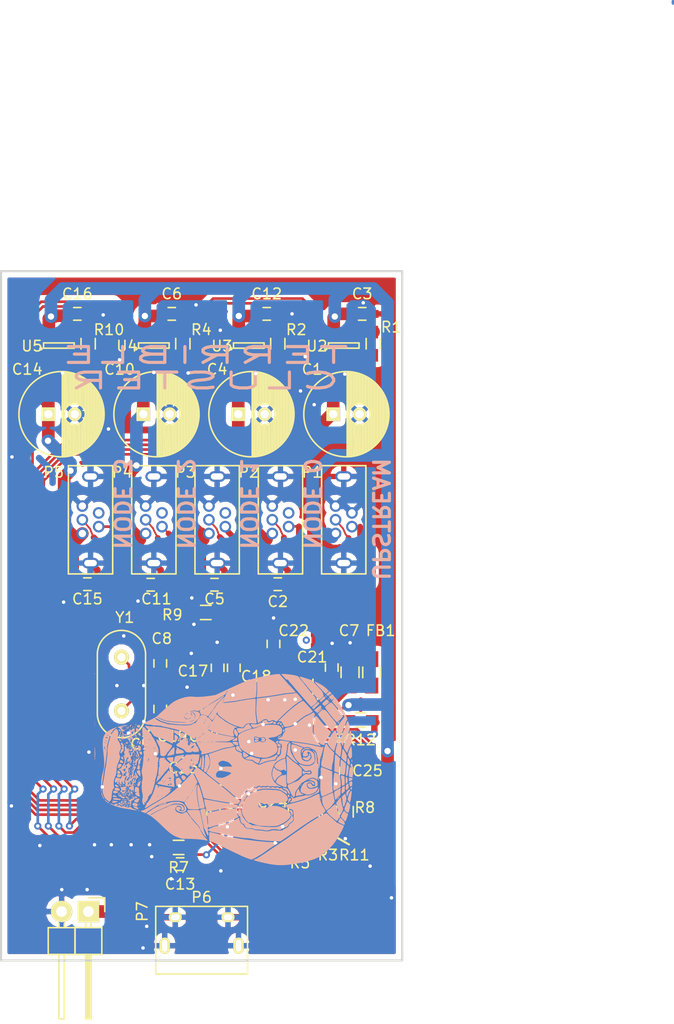
<source format=kicad_pcb>
(kicad_pcb (version 4) (host pcbnew 4.0.4+dfsg1-stable)
  (layers (0 F.Cu signal) (31 B.Cu signal) (34 B.Paste user) (35 F.Paste user) (36 B.SilkS user) (37 F.SilkS user) (38 B.Mask user) (39 F.Mask user) (44 Edge.Cuts user))
  (net 0 "")
  (net 1 GND)
  (net 2 +5V)
  (net 3 "Net-(C8-Pad1)")
  (net 4 "Net-(C9-Pad1)")
  (net 5 "Net-(C13-Pad1)")
  (net 6 +3.3VA)
  (net 7 +3V3)
  (net 8 PWR_PIN_POL)
  (net 9 GANG)
  (net 10 "Net-(R9-Pad1)")
  (net 11 SELFPWR)
  (net 12 SEL27)
  (net 13 SEL48)
  (net 14 "Net-(U1-Pad29)")
  (net 15 "Net-(U1-Pad31)")
  (net 16 "Net-(U1-Pad41)")
  (net 17 "Net-(U1-Pad43)")
  (net 18 /DD1+)
  (net 19 /DD1-)
  (net 20 /DD4+)
  (net 21 /DD4-)
  (net 22 /D+)
  (net 23 /D-)
  (net 24 /DD2+)
  (net 25 /DD2-)
  (net 26 /DD3+)
  (net 27 /DD3-)
  (net 28 "Net-(R1-Pad2)")
  (net 29 "Net-(R2-Pad2)")
  (net 30 "Net-(R4-Pad2)")
  (net 31 "Net-(R10-Pad2)")
  (net 32 /VCC_1)
  (net 33 /VCC_2)
  (net 34 /VCC_3)
  (net 35 /VCC_4)
  (module hirose_usb:USB-Hirose-ZX20-B-5S (layer F.Cu) (at 118 100 270)
    (fp_text reference P2 (at -4.5 3 360) (layer F.SilkS))
    (fp_text value USB_OTG)
    (pad 3 thru_hole circle (at 0 0.775 270) (size 1.1 1.1) (drill 0.7) (layers *.Cu *.Mask) (net 18 /DD1+))
    (pad 2 thru_hole circle (at 0.65 -0.775 270) (size 1.1 1.1) (drill 0.7) (layers *.Cu *.Mask) (net 19 /DD1-))
    (pad 1 thru_hole circle (at 1.3 0.775 270) (size 1.1 1.1) (drill 0.7) (layers *.Cu *.Mask) (net 32 /VCC_1))
    (pad 4 thru_hole circle (at -0.65 -0.775 270) (size 1.1 1.1) (drill 0.7) (layers *.Cu *.Mask))
    (pad 5 thru_hole circle (at -1.3 0.775 270) (size 1.1 1.1) (drill 0.7) (layers *.Cu *.Mask) (net 1 GND))
    (pad 6 thru_hole oval (at -4.1 0 270) (size 1 1.6) (drill oval 0.6 1.2) (layers *.Cu *.Mask) (net 1 GND))
    (pad 6 thru_hole oval (at 4.1 0 270) (size 1 1.6) (drill oval 0.6 1.2) (layers *.Cu *.Mask) (net 1 GND))
  )
  (module Capacitors_SMD:C_0603_HandSoldering (layer F.Cu) (at 108.80852 121.92 180)
    (fp_text reference C23 (at 0 -1.58 180) (layer F.SilkS))
    (fp_text value 0.1uF)
    (pad 1 smd rect (at -0.95 0 180) (size 1.2 0.75) (layers F.Cu F.Paste F.Mask) (net 6 +3.3VA))
    (pad 2 smd rect (at 0.95 0 180) (size 1.2 0.75) (layers F.Cu F.Paste F.Mask) (net 1 GND))
  )
  (module TO_SOT_Packages_SMD:SOT-23-5 (layer F.Cu) (at 106 83.5 90)
    (fp_text reference U4 (at -0.05 -2.55 180) (layer F.SilkS))
    (fp_text value AP2191DWG)
    (pad 1 smd rect (at -1.1 -0.95 90) (size 1.06 0.65) (layers F.Cu F.Paste F.Mask) (net 34 /VCC_3))
    (pad 2 smd rect (at -1.1 0 90) (size 1.06 0.65) (layers F.Cu F.Paste F.Mask) (net 1 GND))
    (pad 3 smd rect (at -1.1 0.95 90) (size 1.06 0.65) (layers F.Cu F.Paste F.Mask) (net 30 "Net-(R4-Pad2)"))
    (pad 4 smd rect (at 1.1 0.95 90) (size 1.06 0.65) (layers F.Cu F.Paste F.Mask) (net 15 "Net-(U1-Pad31)"))
    (pad 5 smd rect (at 1.1 -0.95 90) (size 1.06 0.65) (layers F.Cu F.Paste F.Mask) (net 2 +5V))
  )
  (module TO_SOT_Packages_SMD:SOT-23-5 (layer F.Cu) (at 97 83.5 90)
    (fp_text reference U5 (at -0.05 -2.55 180) (layer F.SilkS))
    (fp_text value AP2191DWG)
    (pad 1 smd rect (at -1.1 -0.95 90) (size 1.06 0.65) (layers F.Cu F.Paste F.Mask) (net 35 /VCC_4))
    (pad 2 smd rect (at -1.1 0 90) (size 1.06 0.65) (layers F.Cu F.Paste F.Mask) (net 1 GND))
    (pad 3 smd rect (at -1.1 0.95 90) (size 1.06 0.65) (layers F.Cu F.Paste F.Mask) (net 31 "Net-(R10-Pad2)"))
    (pad 4 smd rect (at 1.1 0.95 90) (size 1.06 0.65) (layers F.Cu F.Paste F.Mask) (net 14 "Net-(U1-Pad29)"))
    (pad 5 smd rect (at 1.1 -0.95 90) (size 1.06 0.65) (layers F.Cu F.Paste F.Mask) (net 2 +5V))
  )
  (module TO_SOT_Packages_SMD:SOT-23-5 (layer F.Cu) (at 124 83.5 90)
    (fp_text reference U2 (at -0.05 -2.55 180) (layer F.SilkS))
    (fp_text value AP2191DWG)
    (pad 1 smd rect (at -1.1 -0.95 90) (size 1.06 0.65) (layers F.Cu F.Paste F.Mask) (net 32 /VCC_1))
    (pad 2 smd rect (at -1.1 0 90) (size 1.06 0.65) (layers F.Cu F.Paste F.Mask) (net 1 GND))
    (pad 3 smd rect (at -1.1 0.95 90) (size 1.06 0.65) (layers F.Cu F.Paste F.Mask) (net 28 "Net-(R1-Pad2)"))
    (pad 4 smd rect (at 1.1 0.95 90) (size 1.06 0.65) (layers F.Cu F.Paste F.Mask) (net 17 "Net-(U1-Pad43)"))
    (pad 5 smd rect (at 1.1 -0.95 90) (size 1.06 0.65) (layers F.Cu F.Paste F.Mask) (net 2 +5V))
  )
  (module TO_SOT_Packages_SMD:SOT-23-5 (layer F.Cu) (at 115 83.5 90)
    (fp_text reference U3 (at -0.05 -2.55 180) (layer F.SilkS))
    (fp_text value AP2191DWG)
    (pad 1 smd rect (at -1.1 -0.95 90) (size 1.06 0.65) (layers F.Cu F.Paste F.Mask) (net 33 /VCC_2))
    (pad 2 smd rect (at -1.1 0 90) (size 1.06 0.65) (layers F.Cu F.Paste F.Mask) (net 1 GND))
    (pad 3 smd rect (at -1.1 0.95 90) (size 1.06 0.65) (layers F.Cu F.Paste F.Mask) (net 29 "Net-(R2-Pad2)"))
    (pad 4 smd rect (at 1.1 0.95 90) (size 1.06 0.65) (layers F.Cu F.Paste F.Mask) (net 16 "Net-(U1-Pad41)"))
    (pad 5 smd rect (at 1.1 -0.95 90) (size 1.06 0.65) (layers F.Cu F.Paste F.Mask) (net 2 +5V))
  )
  (module Pin_Headers:Pin_Header_Angled_1x02 (layer F.Cu) (at 99.8 137.1 270)
    (fp_text reference P7 (at 0 -5.1 270) (layer F.SilkS))
    (fp_text value CONN_01X02)
    (pad 1 thru_hole rect (at 0 0 270) (size 2.032 2.032) (drill 1.016) (layers *.Cu *.Mask F.SilkS) (net 2 +5V))
    (pad 2 thru_hole oval (at 0 2.54 270) (size 2.032 2.032) (drill 1.016) (layers *.Cu *.Mask F.SilkS) (net 1 GND))
  )
  (module Resistors_SMD:R_0603_HandSoldering (layer F.Cu) (at 126.8 83.325 270)
    (fp_text reference R1 (at -1.575 -1.7 360) (layer F.SilkS))
    (fp_text value 10k)
    (pad 1 smd rect (at -1.1 0 270) (size 1.2 0.9) (layers F.Cu F.Paste F.Mask) (net 2 +5V))
    (pad 2 smd rect (at 1.1 0 270) (size 1.2 0.9) (layers F.Cu F.Paste F.Mask) (net 28 "Net-(R1-Pad2)"))
  )
  (module Resistors_SMD:R_0603_HandSoldering (layer F.Cu) (at 117.75 83.325 270)
    (fp_text reference R2 (at -1.325 -1.75 360) (layer F.SilkS))
    (fp_text value 10k)
    (pad 1 smd rect (at -1.1 0 270) (size 1.2 0.9) (layers F.Cu F.Paste F.Mask) (net 2 +5V))
    (pad 2 smd rect (at 1.1 0 270) (size 1.2 0.9) (layers F.Cu F.Paste F.Mask) (net 29 "Net-(R2-Pad2)"))
  )
  (module Resistors_SMD:R_0603_HandSoldering (layer F.Cu) (at 121 127.65 90)
    (fp_text reference R3 (at -4.1 1.5 180) (layer F.SilkS))
    (fp_text value 10K)
    (pad 1 smd rect (at -1.1 0 90) (size 1.2 0.9) (layers F.Cu F.Paste F.Mask) (net 7 +3V3))
    (pad 2 smd rect (at 1.1 0 90) (size 1.2 0.9) (layers F.Cu F.Paste F.Mask) (net 8 PWR_PIN_POL))
  )
  (module Resistors_SMD:R_0603_HandSoldering (layer F.Cu) (at 108.75 83.325 270)
    (fp_text reference R4 (at -1.325 -1.75 360) (layer F.SilkS))
    (fp_text value 10k)
    (pad 1 smd rect (at -1.1 0 270) (size 1.2 0.9) (layers F.Cu F.Paste F.Mask) (net 2 +5V))
    (pad 2 smd rect (at 1.1 0 270) (size 1.2 0.9) (layers F.Cu F.Paste F.Mask) (net 30 "Net-(R4-Pad2)"))
  )
  (module Resistors_SMD:R_0603_HandSoldering (layer F.Cu) (at 119.85 130.6 180)
    (fp_text reference R5 (at 0 -1.9 180) (layer F.SilkS))
    (fp_text value NP)
    (pad 1 smd rect (at -1.1 0 180) (size 1.2 0.9) (layers F.Cu F.Paste F.Mask) (net 8 PWR_PIN_POL))
    (pad 2 smd rect (at 1.1 0 180) (size 1.2 0.9) (layers F.Cu F.Paste F.Mask) (net 1 GND))
  )
  (module Resistors_SMD:R_0603_HandSoldering (layer F.Cu) (at 115.5 129.275 180)
    (fp_text reference R6 (at 0 -1.9 180) (layer F.SilkS))
    (fp_text value 10k)
    (pad 1 smd rect (at -1.1 0 180) (size 1.2 0.9) (layers F.Cu F.Paste F.Mask) (net 7 +3V3))
    (pad 2 smd rect (at 1.1 0 180) (size 1.2 0.9) (layers F.Cu F.Paste F.Mask) (net 5 "Net-(C13-Pad1)"))
  )
  (module Resistors_SMD:R_0603_HandSoldering (layer F.Cu) (at 108.35 131.03 180)
    (fp_text reference R7 (at 0 -1.9 180) (layer F.SilkS))
    (fp_text value 47k)
    (pad 1 smd rect (at -1.1 0 180) (size 1.2 0.9) (layers F.Cu F.Paste F.Mask) (net 5 "Net-(C13-Pad1)"))
    (pad 2 smd rect (at 1.1 0 180) (size 1.2 0.9) (layers F.Cu F.Paste F.Mask) (net 1 GND))
  )
  (module Resistors_SMD:R_0603_HandSoldering (layer F.Cu) (at 124.225 127.65 270)
    (fp_text reference R8 (at -0.4 -1.775 360) (layer F.SilkS))
    (fp_text value 10K)
    (pad 1 smd rect (at -1.1 0 270) (size 1.2 0.9) (layers F.Cu F.Paste F.Mask) (net 9 GANG))
    (pad 2 smd rect (at 1.1 0 270) (size 1.2 0.9) (layers F.Cu F.Paste F.Mask) (net 1 GND))
  )
  (module Resistors_SMD:R_0603_HandSoldering (layer F.Cu) (at 110.92688 108.77804 180)
    (fp_text reference R9 (at 3.17688 -0.22196 180) (layer F.SilkS))
    (fp_text value 650.0R)
    (pad 1 smd rect (at -1.1 0 180) (size 1.2 0.9) (layers F.Cu F.Paste F.Mask) (net 10 "Net-(R9-Pad1)"))
    (pad 2 smd rect (at 1.1 0 180) (size 1.2 0.9) (layers F.Cu F.Paste F.Mask) (net 1 GND))
  )
  (module Resistors_SMD:R_0603_HandSoldering (layer F.Cu) (at 99.775 83.325 270)
    (fp_text reference R10 (at -1.325 -1.975 360) (layer F.SilkS))
    (fp_text value 10k)
    (pad 1 smd rect (at -1.1 0 270) (size 1.2 0.9) (layers F.Cu F.Paste F.Mask) (net 2 +5V))
    (pad 2 smd rect (at 1.1 0 270) (size 1.2 0.9) (layers F.Cu F.Paste F.Mask) (net 31 "Net-(R10-Pad2)"))
  )
  (module Resistors_SMD:R_0603_HandSoldering (layer F.Cu) (at 122.625 127.65 90)
    (fp_text reference R11 (at -4.1 2.375 180) (layer F.SilkS))
    (fp_text value 10K)
    (pad 1 smd rect (at -1.1 0 90) (size 1.2 0.9) (layers F.Cu F.Paste F.Mask) (net 7 +3V3))
    (pad 2 smd rect (at 1.1 0 90) (size 1.2 0.9) (layers F.Cu F.Paste F.Mask) (net 11 SELFPWR))
  )
  (module Resistors_SMD:R_0603_HandSoldering (layer F.Cu) (at 125.6 118.95 180)
    (fp_text reference R12 (at 0 -1.9 180) (layer F.SilkS))
    (fp_text value 10K)
    (pad 1 smd rect (at -1.1 0 180) (size 1.2 0.9) (layers F.Cu F.Paste F.Mask) (net 7 +3V3))
    (pad 2 smd rect (at 1.1 0 180) (size 1.2 0.9) (layers F.Cu F.Paste F.Mask) (net 12 SEL27))
  )
  (module Resistors_SMD:R_0603_HandSoldering (layer F.Cu) (at 112.2 125.8)
    (fp_text reference R13 (at 0.05 1.7) (layer F.SilkS))
    (fp_text value 10K)
    (pad 1 smd rect (at -1.1 0) (size 1.2 0.9) (layers F.Cu F.Paste F.Mask) (net 7 +3V3))
    (pad 2 smd rect (at 1.1 0) (size 1.2 0.9) (layers F.Cu F.Paste F.Mask) (net 13 SEL48))
  )
  (module Housings_QFP:TQFP-48_7x7mm_Pitch0.5mm (layer F.Cu) (at 117.8814 120.09628 270)
    (fp_text reference U1 (at 0 -6 270) (layer F.SilkS))
    (fp_text value CY7C65632-48)
    (pad 1 smd rect (at -4.35 -2.75 270) (size 1.3 0.25) (layers F.Cu F.Paste F.Mask) (net 6 +3.3VA))
    (pad 2 smd rect (at -4.35 -2.25 270) (size 1.3 0.25) (layers F.Cu F.Paste F.Mask) (net 1 GND))
    (pad 3 smd rect (at -4.35 -1.75 270) (size 1.3 0.25) (layers F.Cu F.Paste F.Mask) (net 23 /D-))
    (pad 4 smd rect (at -4.35 -1.25 270) (size 1.3 0.25) (layers F.Cu F.Paste F.Mask) (net 22 /D+))
    (pad 5 smd rect (at -4.35 -0.75 270) (size 1.3 0.25) (layers F.Cu F.Paste F.Mask) (net 19 /DD1-))
    (pad 6 smd rect (at -4.35 -0.25 270) (size 1.3 0.25) (layers F.Cu F.Paste F.Mask) (net 18 /DD1+))
    (pad 7 smd rect (at -4.35 0.25 270) (size 1.3 0.25) (layers F.Cu F.Paste F.Mask) (net 6 +3.3VA))
    (pad 8 smd rect (at -4.35 0.75 270) (size 1.3 0.25) (layers F.Cu F.Paste F.Mask) (net 1 GND))
    (pad 9 smd rect (at -4.35 1.25 270) (size 1.3 0.25) (layers F.Cu F.Paste F.Mask) (net 25 /DD2-))
    (pad 10 smd rect (at -4.35 1.75 270) (size 1.3 0.25) (layers F.Cu F.Paste F.Mask) (net 24 /DD2+))
    (pad 11 smd rect (at -4.35 2.25 270) (size 1.3 0.25) (layers F.Cu F.Paste F.Mask) (net 10 "Net-(R9-Pad1)"))
    (pad 12 smd rect (at -4.35 2.75 270) (size 1.3 0.25) (layers F.Cu F.Paste F.Mask) (net 6 +3.3VA))
    (pad 13 smd rect (at -2.75 4.35) (size 1.3 0.25) (layers F.Cu F.Paste F.Mask) (net 1 GND))
    (pad 14 smd rect (at -2.25 4.35) (size 1.3 0.25) (layers F.Cu F.Paste F.Mask) (net 3 "Net-(C8-Pad1)"))
    (pad 15 smd rect (at -1.75 4.35) (size 1.3 0.25) (layers F.Cu F.Paste F.Mask) (net 4 "Net-(C9-Pad1)"))
    (pad 16 smd rect (at -1.25 4.35) (size 1.3 0.25) (layers F.Cu F.Paste F.Mask) (net 6 +3.3VA))
    (pad 17 smd rect (at -0.75 4.35) (size 1.3 0.25) (layers F.Cu F.Paste F.Mask) (net 27 /DD3-))
    (pad 18 smd rect (at -0.25 4.35) (size 1.3 0.25) (layers F.Cu F.Paste F.Mask) (net 26 /DD3+))
    (pad 19 smd rect (at 0.25 4.35) (size 1.3 0.25) (layers F.Cu F.Paste F.Mask) (net 6 +3.3VA))
    (pad 20 smd rect (at 0.75 4.35) (size 1.3 0.25) (layers F.Cu F.Paste F.Mask) (net 1 GND))
    (pad 21 smd rect (at 1.25 4.35) (size 1.3 0.25) (layers F.Cu F.Paste F.Mask) (net 21 /DD4-))
    (pad 22 smd rect (at 1.75 4.35) (size 1.3 0.25) (layers F.Cu F.Paste F.Mask) (net 20 /DD4+))
    (pad 23 smd rect (at 2.25 4.35) (size 1.3 0.25) (layers F.Cu F.Paste F.Mask))
    (pad 24 smd rect (at 2.75 4.35) (size 1.3 0.25) (layers F.Cu F.Paste F.Mask))
    (pad 25 smd rect (at 4.35 2.75 270) (size 1.3 0.25) (layers F.Cu F.Paste F.Mask) (net 13 SEL48))
    (pad 26 smd rect (at 4.35 2.25 270) (size 1.3 0.25) (layers F.Cu F.Paste F.Mask) (net 5 "Net-(C13-Pad1)"))
    (pad 27 smd rect (at 4.35 1.75 270) (size 1.3 0.25) (layers F.Cu F.Paste F.Mask))
    (pad 28 smd rect (at 4.35 1.25 270) (size 1.3 0.25) (layers F.Cu F.Paste F.Mask) (net 31 "Net-(R10-Pad2)"))
    (pad 29 smd rect (at 4.35 0.75 270) (size 1.3 0.25) (layers F.Cu F.Paste F.Mask) (net 14 "Net-(U1-Pad29)"))
    (pad 30 smd rect (at 4.35 0.25 270) (size 1.3 0.25) (layers F.Cu F.Paste F.Mask) (net 30 "Net-(R4-Pad2)"))
    (pad 31 smd rect (at 4.35 -0.25 270) (size 1.3 0.25) (layers F.Cu F.Paste F.Mask) (net 15 "Net-(U1-Pad31)"))
    (pad 32 smd rect (at 4.35 -0.75 270) (size 1.3 0.25) (layers F.Cu F.Paste F.Mask))
    (pad 33 smd rect (at 4.35 -1.25 270) (size 1.3 0.25) (layers F.Cu F.Paste F.Mask))
    (pad 34 smd rect (at 4.35 -1.75 270) (size 1.3 0.25) (layers F.Cu F.Paste F.Mask) (net 7 +3V3))
    (pad 35 smd rect (at 4.35 -2.25 270) (size 1.3 0.25) (layers F.Cu F.Paste F.Mask))
    (pad 36 smd rect (at 4.35 -2.75 270) (size 1.3 0.25) (layers F.Cu F.Paste F.Mask) (net 8 PWR_PIN_POL))
    (pad 37 smd rect (at 2.75 -4.35) (size 1.3 0.25) (layers F.Cu F.Paste F.Mask) (net 11 SELFPWR))
    (pad 38 smd rect (at 2.25 -4.35) (size 1.3 0.25) (layers F.Cu F.Paste F.Mask) (net 7 +3V3))
    (pad 39 smd rect (at 1.75 -4.35) (size 1.3 0.25) (layers F.Cu F.Paste F.Mask) (net 9 GANG))
    (pad 40 smd rect (at 1.25 -4.35) (size 1.3 0.25) (layers F.Cu F.Paste F.Mask) (net 29 "Net-(R2-Pad2)"))
    (pad 41 smd rect (at 0.75 -4.35) (size 1.3 0.25) (layers F.Cu F.Paste F.Mask) (net 16 "Net-(U1-Pad41)"))
    (pad 42 smd rect (at 0.25 -4.35) (size 1.3 0.25) (layers F.Cu F.Paste F.Mask) (net 28 "Net-(R1-Pad2)"))
    (pad 43 smd rect (at -0.25 -4.35) (size 1.3 0.25) (layers F.Cu F.Paste F.Mask) (net 17 "Net-(U1-Pad43)"))
    (pad 44 smd rect (at -0.75 -4.35) (size 1.3 0.25) (layers F.Cu F.Paste F.Mask) (net 12 SEL27))
    (pad 45 smd rect (at -1.25 -4.35) (size 1.3 0.25) (layers F.Cu F.Paste F.Mask))
    (pad 46 smd rect (at -1.75 -4.35) (size 1.3 0.25) (layers F.Cu F.Paste F.Mask))
    (pad 47 smd rect (at -2.25 -4.35) (size 1.3 0.25) (layers F.Cu F.Paste F.Mask) (net 2 +5V))
    (pad 48 smd rect (at -2.75 -4.35) (size 1.3 0.25) (layers F.Cu F.Paste F.Mask) (net 7 +3V3))
  )
  (module hirose_usb:USB-Hirose-ZX20-B-5S (layer F.Cu) (at 106 100 270)
    (fp_text reference P4 (at -4.5 3 360) (layer F.SilkS))
    (fp_text value USB_OTG)
    (pad 3 thru_hole circle (at 0 0.775 270) (size 1.1 1.1) (drill 0.7) (layers *.Cu *.Mask) (net 26 /DD3+))
    (pad 2 thru_hole circle (at 0.65 -0.775 270) (size 1.1 1.1) (drill 0.7) (layers *.Cu *.Mask) (net 27 /DD3-))
    (pad 1 thru_hole circle (at 1.3 0.775 270) (size 1.1 1.1) (drill 0.7) (layers *.Cu *.Mask) (net 34 /VCC_3))
    (pad 4 thru_hole circle (at -0.65 -0.775 270) (size 1.1 1.1) (drill 0.7) (layers *.Cu *.Mask))
    (pad 5 thru_hole circle (at -1.3 0.775 270) (size 1.1 1.1) (drill 0.7) (layers *.Cu *.Mask) (net 1 GND))
    (pad 6 thru_hole oval (at -4.1 0 270) (size 1 1.6) (drill oval 0.6 1.2) (layers *.Cu *.Mask) (net 1 GND))
    (pad 6 thru_hole oval (at 4.1 0 270) (size 1 1.6) (drill oval 0.6 1.2) (layers *.Cu *.Mask) (net 1 GND))
  )
  (module hirose_usb:USB-Hirose-ZX20-B-5S (layer F.Cu) (at 100 100 270)
    (fp_text reference P5 (at -4.5 3.5 360) (layer F.SilkS))
    (fp_text value USB_OTG)
    (pad 3 thru_hole circle (at 0 0.775 270) (size 1.1 1.1) (drill 0.7) (layers *.Cu *.Mask) (net 20 /DD4+))
    (pad 2 thru_hole circle (at 0.65 -0.775 270) (size 1.1 1.1) (drill 0.7) (layers *.Cu *.Mask) (net 21 /DD4-))
    (pad 1 thru_hole circle (at 1.3 0.775 270) (size 1.1 1.1) (drill 0.7) (layers *.Cu *.Mask) (net 35 /VCC_4))
    (pad 4 thru_hole circle (at -0.65 -0.775 270) (size 1.1 1.1) (drill 0.7) (layers *.Cu *.Mask))
    (pad 5 thru_hole circle (at -1.3 0.775 270) (size 1.1 1.1) (drill 0.7) (layers *.Cu *.Mask) (net 1 GND))
    (pad 6 thru_hole oval (at -4.1 0 270) (size 1 1.6) (drill oval 0.6 1.2) (layers *.Cu *.Mask) (net 1 GND))
    (pad 6 thru_hole oval (at 4.1 0 270) (size 1 1.6) (drill oval 0.6 1.2) (layers *.Cu *.Mask) (net 1 GND))
  )
  (module hirose_usb:USB-Hirose-ZX20-B-5S (layer F.Cu) (at 112 100 270)
    (fp_text reference P3 (at -4.5 3 360) (layer F.SilkS))
    (fp_text value USB_OTG)
    (pad 3 thru_hole circle (at 0 0.775 270) (size 1.1 1.1) (drill 0.7) (layers *.Cu *.Mask) (net 24 /DD2+))
    (pad 2 thru_hole circle (at 0.65 -0.775 270) (size 1.1 1.1) (drill 0.7) (layers *.Cu *.Mask) (net 25 /DD2-))
    (pad 1 thru_hole circle (at 1.3 0.775 270) (size 1.1 1.1) (drill 0.7) (layers *.Cu *.Mask) (net 33 /VCC_2))
    (pad 4 thru_hole circle (at -0.65 -0.775 270) (size 1.1 1.1) (drill 0.7) (layers *.Cu *.Mask))
    (pad 5 thru_hole circle (at -1.3 0.775 270) (size 1.1 1.1) (drill 0.7) (layers *.Cu *.Mask) (net 1 GND))
    (pad 6 thru_hole oval (at -4.1 0 270) (size 1 1.6) (drill oval 0.6 1.2) (layers *.Cu *.Mask) (net 1 GND))
    (pad 6 thru_hole oval (at 4.1 0 270) (size 1 1.6) (drill oval 0.6 1.2) (layers *.Cu *.Mask) (net 1 GND))
  )
  (module hirose_usb:USB-Hirose-ZX20-B-5S (layer F.Cu) (at 124 100 270)
    (fp_text reference P1 (at -4.5 3 360) (layer F.SilkS))
    (fp_text value USB_OTG)
    (pad 3 thru_hole circle (at 0 0.775 270) (size 1.1 1.1) (drill 0.7) (layers *.Cu *.Mask) (net 22 /D+))
    (pad 2 thru_hole circle (at 0.65 -0.775 270) (size 1.1 1.1) (drill 0.7) (layers *.Cu *.Mask) (net 23 /D-))
    (pad 1 thru_hole circle (at 1.3 0.775 270) (size 1.1 1.1) (drill 0.7) (layers *.Cu *.Mask) (net 2 +5V))
    (pad 4 thru_hole circle (at -0.65 -0.775 270) (size 1.1 1.1) (drill 0.7) (layers *.Cu *.Mask) (net 1 GND))
    (pad 5 thru_hole circle (at -1.3 0.775 270) (size 1.1 1.1) (drill 0.7) (layers *.Cu *.Mask) (net 1 GND))
    (pad 6 thru_hole oval (at -4.1 0 270) (size 1 1.6) (drill oval 0.6 1.2) (layers *.Cu *.Mask) (net 1 GND))
    (pad 6 thru_hole oval (at 4.1 0 270) (size 1 1.6) (drill oval 0.6 1.2) (layers *.Cu *.Mask) (net 1 GND))
  )
  (module Capacitors_SMD:C_0603_HandSoldering (layer F.Cu) (at 124.2 123.775 270)
    (fp_text reference C25 (at 0 -2.05 360) (layer F.SilkS))
    (fp_text value 0.1uF)
    (pad 1 smd rect (at -0.95 0 270) (size 1.2 0.75) (layers F.Cu F.Paste F.Mask) (net 7 +3V3))
    (pad 2 smd rect (at 0.95 0 270) (size 1.2 0.75) (layers F.Cu F.Paste F.Mask) (net 1 GND))
  )
  (module Capacitors_SMD:C_0603_HandSoldering (layer F.Cu) (at 119.35 127.5 270)
    (fp_text reference C24 (at -0.75 2.1 360) (layer F.SilkS))
    (fp_text value 0.1uF)
    (pad 1 smd rect (at -0.95 0 270) (size 1.2 0.75) (layers F.Cu F.Paste F.Mask) (net 7 +3V3))
    (pad 2 smd rect (at 0.95 0 270) (size 1.2 0.75) (layers F.Cu F.Paste F.Mask) (net 1 GND))
  )
  (module Capacitors_SMD:C_0603_HandSoldering (layer F.Cu) (at 117.34038 111.75746 90)
    (fp_text reference C22 (at 1.25746 1.90962 180) (layer F.SilkS))
    (fp_text value 0.1uF)
    (pad 1 smd rect (at -0.95 0 90) (size 1.2 0.75) (layers F.Cu F.Paste F.Mask) (net 6 +3.3VA))
    (pad 2 smd rect (at 0.95 0 90) (size 1.2 0.75) (layers F.Cu F.Paste F.Mask) (net 1 GND))
  )
  (module Capacitors_SMD:C_0603_HandSoldering (layer F.Cu) (at 122.86234 113.9952 90)
    (fp_text reference C21 (at 0.9952 -1.86234 180) (layer F.SilkS))
    (fp_text value 0.1uF)
    (pad 1 smd rect (at -0.95 0 90) (size 1.2 0.75) (layers F.Cu F.Paste F.Mask) (net 6 +3.3VA))
    (pad 2 smd rect (at 0.95 0 90) (size 1.2 0.75) (layers F.Cu F.Paste F.Mask) (net 1 GND))
  )
  (module Capacitors_SMD:C_0603_HandSoldering (layer F.Cu) (at 109.92104 117.95506 90)
    (fp_text reference C20 (at -2.54494 0.82896 180) (layer F.SilkS))
    (fp_text value 0.1uF)
    (pad 1 smd rect (at -0.95 0 90) (size 1.2 0.75) (layers F.Cu F.Paste F.Mask) (net 6 +3.3VA))
    (pad 2 smd rect (at 0.95 0 90) (size 1.2 0.75) (layers F.Cu F.Paste F.Mask) (net 1 GND))
  )
  (module Capacitors_SMD:C_0603_HandSoldering (layer F.Cu) (at 108.40212 117.95506 90)
    (fp_text reference C19 (at -2.54494 -0.65212 180) (layer F.SilkS))
    (fp_text value 1uF)
    (pad 1 smd rect (at -0.95 0 90) (size 1.2 0.75) (layers F.Cu F.Paste F.Mask) (net 6 +3.3VA))
    (pad 2 smd rect (at 0.95 0 90) (size 1.2 0.75) (layers F.Cu F.Paste F.Mask) (net 1 GND))
  )
  (module Capacitors_SMD:C_0603_HandSoldering (layer F.Cu) (at 113.57944 114.01902 90)
    (fp_text reference C18 (at -0.80598 2.12056 180) (layer F.SilkS))
    (fp_text value 0.1uF)
    (pad 1 smd rect (at -0.95 0 90) (size 1.2 0.75) (layers F.Cu F.Paste F.Mask) (net 6 +3.3VA))
    (pad 2 smd rect (at 0.95 0 90) (size 1.2 0.75) (layers F.Cu F.Paste F.Mask) (net 1 GND))
  )
  (module Capacitors_SMD:C_0603_HandSoldering (layer F.Cu) (at 112.04528 114.01902 90)
    (fp_text reference C17 (at -0.30598 -2.34528 180) (layer F.SilkS))
    (fp_text value 1uF)
    (pad 1 smd rect (at -0.95 0 90) (size 1.2 0.75) (layers F.Cu F.Paste F.Mask) (net 6 +3.3VA))
    (pad 2 smd rect (at 0.95 0 90) (size 1.2 0.75) (layers F.Cu F.Paste F.Mask) (net 1 GND))
  )
  (module Capacitors_SMD:C_0603_HandSoldering (layer F.Cu) (at 98.75 80.5)
    (fp_text reference C16 (at 0 -1.9) (layer F.SilkS))
    (fp_text value 0.1uF)
    (pad 1 smd rect (at -0.95 0) (size 1.2 0.75) (layers F.Cu F.Paste F.Mask) (net 2 +5V))
    (pad 2 smd rect (at 0.95 0) (size 1.2 0.75) (layers F.Cu F.Paste F.Mask) (net 1 GND))
  )
  (module Capacitors_SMD:C_0603_HandSoldering (layer F.Cu) (at 99.7 106.1)
    (fp_text reference C15 (at 0 1.4) (layer F.SilkS))
    (fp_text value 0.1uF)
    (pad 1 smd rect (at -0.95 0) (size 1.2 0.75) (layers F.Cu F.Paste F.Mask) (net 35 /VCC_4))
    (pad 2 smd rect (at 0.95 0) (size 1.2 0.75) (layers F.Cu F.Paste F.Mask) (net 1 GND))
  )
  (module Capacitors_SMD:C_0603_HandSoldering (layer F.Cu) (at 108.49359 132.61173 180)
    (fp_text reference C13 (at 0 -1.9 180) (layer F.SilkS))
    (fp_text value 1uF)
    (pad 1 smd rect (at -0.95 0 180) (size 1.2 0.75) (layers F.Cu F.Paste F.Mask) (net 5 "Net-(C13-Pad1)"))
    (pad 2 smd rect (at 0.95 0 180) (size 1.2 0.75) (layers F.Cu F.Paste F.Mask) (net 1 GND))
  )
  (module Capacitors_SMD:C_0603_HandSoldering (layer F.Cu) (at 116.7 80.5)
    (fp_text reference C12 (at 0 -1.9) (layer F.SilkS))
    (fp_text value 0.1uF)
    (pad 1 smd rect (at -0.95 0) (size 1.2 0.75) (layers F.Cu F.Paste F.Mask) (net 2 +5V))
    (pad 2 smd rect (at 0.95 0) (size 1.2 0.75) (layers F.Cu F.Paste F.Mask) (net 1 GND))
  )
  (module Capacitors_SMD:C_0603_HandSoldering (layer F.Cu) (at 105.7 106.15)
    (fp_text reference C11 (at 0.55 1.35) (layer F.SilkS))
    (fp_text value 0.1uF)
    (pad 1 smd rect (at -0.95 0) (size 1.2 0.75) (layers F.Cu F.Paste F.Mask) (net 34 /VCC_3))
    (pad 2 smd rect (at 0.95 0) (size 1.2 0.75) (layers F.Cu F.Paste F.Mask) (net 1 GND))
  )
  (module Capacitors_SMD:C_0603_HandSoldering (layer F.Cu) (at 106.60888 117.91696 270)
    (fp_text reference C9 (at 3.33304 1.85888 360) (layer F.SilkS))
    (fp_text value 20pF)
    (pad 1 smd rect (at -0.95 0 270) (size 1.2 0.75) (layers F.Cu F.Paste F.Mask) (net 4 "Net-(C9-Pad1)"))
    (pad 2 smd rect (at 0.95 0 270) (size 1.2 0.75) (layers F.Cu F.Paste F.Mask) (net 1 GND))
  )
  (module Capacitors_SMD:C_0603_HandSoldering (layer F.Cu) (at 106.60888 113.59896 90)
    (fp_text reference C8 (at 2.34896 0.14112 180) (layer F.SilkS))
    (fp_text value 20pF)
    (pad 1 smd rect (at -0.95 0 90) (size 1.2 0.75) (layers F.Cu F.Paste F.Mask) (net 3 "Net-(C8-Pad1)"))
    (pad 2 smd rect (at 0.95 0 90) (size 1.2 0.75) (layers F.Cu F.Paste F.Mask) (net 1 GND))
  )
  (module Capacitors_SMD:C_0603_HandSoldering (layer F.Cu) (at 107.7 80.5)
    (fp_text reference C6 (at 0 -1.9) (layer F.SilkS))
    (fp_text value 0.1uF)
    (pad 1 smd rect (at -0.95 0) (size 1.2 0.75) (layers F.Cu F.Paste F.Mask) (net 2 +5V))
    (pad 2 smd rect (at 0.95 0) (size 1.2 0.75) (layers F.Cu F.Paste F.Mask) (net 1 GND))
  )
  (module Capacitors_SMD:C_0603_HandSoldering (layer F.Cu) (at 111.75 106.15)
    (fp_text reference C5 (at 0 1.35) (layer F.SilkS))
    (fp_text value 0.1uF)
    (pad 1 smd rect (at -0.95 0) (size 1.2 0.75) (layers F.Cu F.Paste F.Mask) (net 33 /VCC_2))
    (pad 2 smd rect (at 0.95 0) (size 1.2 0.75) (layers F.Cu F.Paste F.Mask) (net 1 GND))
  )
  (module Capacitors_SMD:C_0603_HandSoldering (layer F.Cu) (at 125.75 80.5)
    (fp_text reference C3 (at 0 -1.9) (layer F.SilkS))
    (fp_text value 0.1uF)
    (pad 1 smd rect (at -0.95 0) (size 1.2 0.75) (layers F.Cu F.Paste F.Mask) (net 2 +5V))
    (pad 2 smd rect (at 0.95 0) (size 1.2 0.75) (layers F.Cu F.Paste F.Mask) (net 1 GND))
  )
  (module Capacitors_SMD:C_0603_HandSoldering (layer F.Cu) (at 117.75 106.1)
    (fp_text reference C2 (at 0 1.65) (layer F.SilkS))
    (fp_text value 0.1uF)
    (pad 1 smd rect (at -0.95 0) (size 1.2 0.75) (layers F.Cu F.Paste F.Mask) (net 32 /VCC_1))
    (pad 2 smd rect (at 0.95 0) (size 1.2 0.75) (layers F.Cu F.Paste F.Mask) (net 1 GND))
  )
  (module terrible_misc:C_Radial_D8_L6_P2.5 (layer F.Cu) (at 123 90)
    (fp_text reference C1 (at -2 -4.25) (layer F.SilkS))
    (fp_text value 120uF)
    (pad 2 thru_hole circle (at 2.5 0) (size 1.3 1.3) (drill 0.8) (layers *.Cu *.Mask F.SilkS) (net 1 GND))
    (pad 1 thru_hole rect (at 0 0) (size 1.3 1.3) (drill 0.8) (layers *.Cu *.Mask F.SilkS) (net 32 /VCC_1))
  )
  (module terrible_misc:C_Radial_D8_L6_P2.5 (layer F.Cu) (at 96 90)
    (fp_text reference C14 (at -2 -4.25) (layer F.SilkS))
    (fp_text value 120uF)
    (pad 2 thru_hole circle (at 2.5 0) (size 1.3 1.3) (drill 0.8) (layers *.Cu *.Mask F.SilkS) (net 1 GND))
    (pad 1 thru_hole rect (at 0 0) (size 1.3 1.3) (drill 0.8) (layers *.Cu *.Mask F.SilkS) (net 35 /VCC_4))
  )
  (module terrible_misc:C_Radial_D8_L6_P2.5 (layer F.Cu) (at 105 90)
    (fp_text reference C10 (at -2.25 -4.25) (layer F.SilkS))
    (fp_text value 120uF)
    (pad 2 thru_hole circle (at 2.5 0) (size 1.3 1.3) (drill 0.8) (layers *.Cu *.Mask F.SilkS) (net 1 GND))
    (pad 1 thru_hole rect (at 0 0) (size 1.3 1.3) (drill 0.8) (layers *.Cu *.Mask F.SilkS) (net 34 /VCC_3))
  )
  (module terrible_misc:C_Radial_D8_L6_P2.5 (layer F.Cu) (at 114 90)
    (fp_text reference C4 (at -2 -4.25) (layer F.SilkS))
    (fp_text value 120uF)
    (pad 2 thru_hole circle (at 2.5 0) (size 1.3 1.3) (drill 0.8) (layers *.Cu *.Mask F.SilkS) (net 1 GND))
    (pad 1 thru_hole rect (at 0 0) (size 1.3 1.3) (drill 0.8) (layers *.Cu *.Mask F.SilkS) (net 33 /VCC_2))
  )
  (module Connect:USB_Micro-B (layer F.Cu) (at 110.53 139.2)
    (fp_text reference P6 (at 0 -3.45) (layer F.SilkS))
    (fp_text value USB_OTG)
    (pad 1 smd rect (at -1.3009 -1.56254 90) (size 1.35 0.4) (layers F.Cu F.Paste F.Mask) (net 2 +5V))
    (pad 2 smd rect (at -0.6509 -1.56254 90) (size 1.35 0.4) (layers F.Cu F.Paste F.Mask))
    (pad 3 smd rect (at -0.0009 -1.56254 90) (size 1.35 0.4) (layers F.Cu F.Paste F.Mask))
    (pad 4 smd rect (at 0.6491 -1.56254 90) (size 1.35 0.4) (layers F.Cu F.Paste F.Mask))
    (pad 5 smd rect (at 1.2991 -1.56254 90) (size 1.35 0.4) (layers F.Cu F.Paste F.Mask) (net 1 GND))
    (pad 6 thru_hole oval (at -2.5009 -1.56254 90) (size 0.95 1.25) (drill oval 0.55 0.85) (layers *.Cu *.Mask F.SilkS) (net 1 GND))
    (pad 6 thru_hole oval (at 2.4991 -1.56254 90) (size 0.95 1.25) (drill oval 0.55 0.85) (layers *.Cu *.Mask F.SilkS) (net 1 GND))
    (pad 6 thru_hole oval (at -3.5009 1.13746 90) (size 1.55 1) (drill oval 1.15 0.5) (layers *.Cu *.Mask F.SilkS) (net 1 GND))
    (pad 6 thru_hole oval (at 3.4991 1.13746 90) (size 1.55 1) (drill oval 1.15 0.5) (layers *.Cu *.Mask F.SilkS) (net 1 GND))
  )
  (module Crystals:HC-49V (layer F.Cu) (at 102.93096 113.01476 270)
    (fp_text reference Y1 (at -3.76476 -0.31904 360) (layer F.SilkS))
    (fp_text value 12MHz)
    (pad 1 thru_hole circle (at 0 0 270) (size 1.4224 1.4224) (drill 0.762) (layers *.Cu *.Mask F.SilkS) (net 3 "Net-(C8-Pad1)"))
    (pad 2 thru_hole circle (at 5.08 0 270) (size 1.4224 1.4224) (drill 0.762) (layers *.Cu *.Mask F.SilkS) (net 4 "Net-(C9-Pad1)"))
  )
  (module Capacitors_SMD:C_0805_HandSoldering (layer F.Cu) (at 124.59716 114.43716 90)
    (fp_text reference C7 (at 3.93716 -0.09716 180) (layer F.SilkS))
    (fp_text value 10uF)
    (pad 1 smd rect (at -1.25 0 90) (size 1.5 1.25) (layers F.Cu F.Paste F.Mask) (net 7 +3V3))
    (pad 2 smd rect (at 1.25 0 90) (size 1.5 1.25) (layers F.Cu F.Paste F.Mask) (net 1 GND))
  )
  (module Capacitors_SMD:C_0805_HandSoldering (layer F.Cu) (at 126.65 114.45 270)
    (fp_text reference FB1 (at -3.95 -0.85 360) (layer F.SilkS))
    (fp_text value Ferrite)
    (pad 1 smd rect (at -1.25 0 270) (size 1.5 1.25) (layers F.Cu F.Paste F.Mask) (net 6 +3.3VA))
    (pad 2 smd rect (at 1.25 0 270) (size 1.5 1.25) (layers F.Cu F.Paste F.Mask) (net 7 +3V3))
  )
  (module terrible_misc:skull (layer B.Cu) (at 112.8 123.65 90)
    (fp_text reference G*** hide)
    (fp_text value LOGO hide)
  )
  (gr_text "TERRIBLE\nCLUSTER" (at 110.85 85.625 360) (layer B.SilkS) (effects (font (size 1.5 4) (thickness 0.3)) (justify mirror)))
  (gr_text "NODE 3" (at 103 94 270) (layer B.SilkS) (effects (font (size 1.5 1.5) (thickness 0.3)) (justify right mirror)))
  (gr_text "NODE 2" (at 109 94 270) (layer B.SilkS) (effects (font (size 1.5 1.5) (thickness 0.3)) (justify right mirror)))
  (gr_text "NODE 1" (at 115 94 270) (layer B.SilkS) (effects (font (size 1.5 1.5) (thickness 0.3)) (justify right mirror)))
  (gr_text "NODE 0" (at 121 94 270) (layer B.SilkS) (effects (font (size 1.5 1.5) (thickness 0.3)) (justify right mirror)))
  (gr_text UPSTREAM (at 127.5 94 270) (layer B.SilkS) (effects (font (size 1.5 1.5) (thickness 0.3)) (justify right mirror)))
  (gr_line (start 105 120.5) (end 105.75 119.75) (layer F.SilkS) (width 0.2))
  (gr_line (start 124.5 130.75) (end 122.75 129.75) (layer F.SilkS) (width 0.2))
  (gr_line (start 122.5 131) (end 121.75 129.5) (layer F.SilkS) (width 0.2))
  (gr_line (start 129.54 141.732) (end 129.54 76.454) (layer Edge.Cuts) (width 0.2))
  (gr_line (start 91.52 76.454) (end 91.52 141.732) (layer Edge.Cuts) (width 0.2))
  (gr_line (start 91.52 141.732) (end 129.54 141.732) (layer Edge.Cuts) (width 0.2))
  (gr_line (start 91.52 76.454) (end 129.54 76.454) (layer Edge.Cuts) (width 0.2))
  (segment (start 155.2 51.1) (end 155.2 50.9) (width 0.25) (layer B.Cu) (net 0))
  (via (at 120.45 111.4) (size 0.6858) (drill 0.3302) (layers F.Cu B.Cu) (net 0))
  (segment (start 96.404701 96.5) (end 96.404701 95.434401) (width 0.6096) (layer B.Cu) (net 0))
  (segment (start 96.404701 95.434401) (end 95.1203 94.15) (width 0.6096) (layer B.Cu) (net 0))
  (segment (start 107.54359 132.61173) (end 107.54359 133.89359) (width 0.6096) (layer F.Cu) (net 1))
  (segment (start 107.54359 133.89359) (end 107.65 134) (width 0.6096) (layer F.Cu) (net 1))
  (via (at 107.65 134) (size 0.6858) (drill 0.3302) (layers F.Cu B.Cu) (net 1))
  (segment (start 111.515069 111.6) (end 112.000002 111.6) (width 0.6096) (layer F.Cu) (net 1))
  (segment (start 111.5 111.6) (end 111.515069 111.6) (width 0.6096) (layer F.Cu) (net 1))
  (segment (start 109.8 109.9) (end 111.5 111.6) (width 0.6096) (layer F.Cu) (net 1))
  (via (at 112.000002 111.6) (size 0.6858) (drill 0.3302) (layers F.Cu B.Cu) (net 1))
  (segment (start 112.04528 113.06902) (end 113.57944 113.06902) (width 0.6096) (layer F.Cu) (net 1))
  (segment (start 101.1203 125.3) (end 99.65 125.3) (width 0.25) (layer F.Cu) (net 1))
  (segment (start 102.75 84.85) (end 101.5 86.1) (width 0.6096) (layer F.Cu) (net 1))
  (segment (start 97.007101 85.757101) (end 97.35 86.1) (width 0.6096) (layer F.Cu) (net 1))
  (segment (start 97.834933 86.1) (end 97.35 86.1) (width 0.6096) (layer F.Cu) (net 1))
  (segment (start 101.5 86.1) (end 97.834933 86.1) (width 0.6096) (layer F.Cu) (net 1))
  (segment (start 97 85.75) (end 97.007101 85.757101) (width 0.6096) (layer F.Cu) (net 1))
  (segment (start 97.35 86.584933) (end 97.35 86.1) (width 0.25) (layer B.Cu) (net 1))
  (segment (start 97 84.6) (end 97 85.75) (width 0.6096) (layer F.Cu) (net 1))
  (segment (start 97.35 86.585798) (end 97.35 86.584933) (width 0.25) (layer B.Cu) (net 1))
  (segment (start 97.457101 86.692899) (end 97.35 86.585798) (width 0.25) (layer B.Cu) (net 1))
  (via (at 97.35 86.1) (size 0.6858) (drill 0.3302) (layers F.Cu B.Cu) (net 1))
  (segment (start 97.222168 86.692899) (end 97.457101 86.692899) (width 0.6096) (layer B.Cu) (net 1))
  (segment (start 92.55 94.05) (end 92.55 91.6) (width 0.25) (layer B.Cu) (net 1))
  (segment (start 92.55 91.6) (end 97.457101 86.692899) (width 0.25) (layer B.Cu) (net 1))
  (segment (start 92.45 91.465067) (end 97.222168 86.692899) (width 0.6096) (layer B.Cu) (net 1))
  (segment (start 106.049994 86.1) (end 106 86.050006) (width 0.6096) (layer F.Cu) (net 1))
  (segment (start 109.25 86.1) (end 106.049994 86.1) (width 0.6096) (layer F.Cu) (net 1))
  (segment (start 106 84.6) (end 106 86.050006) (width 0.6096) (layer F.Cu) (net 1))
  (via (at 106 86.050006) (size 0.6858) (drill 0.3302) (layers F.Cu B.Cu) (net 1))
  (segment (start 116.134933 86.15) (end 115.65 86.15) (width 0.6096) (layer F.Cu) (net 1))
  (segment (start 118.25 86.15) (end 116.134933 86.15) (width 0.6096) (layer F.Cu) (net 1))
  (segment (start 119.55 87.45) (end 118.25 86.15) (width 0.6096) (layer F.Cu) (net 1))
  (segment (start 115 85.7396) (end 115.4104 86.15) (width 0.6096) (layer F.Cu) (net 1))
  (segment (start 115 84.6) (end 115 85.7396) (width 0.6096) (layer F.Cu) (net 1))
  (segment (start 115.4104 86.15) (end 115.65 86.15) (width 0.6096) (layer F.Cu) (net 1))
  (via (at 115.65 86.15) (size 0.6858) (drill 0.3302) (layers F.Cu B.Cu) (net 1))
  (segment (start 124 86.1) (end 124.1 86.2) (width 0.6096) (layer F.Cu) (net 1))
  (segment (start 124 84.6) (end 124 86.1) (width 0.6096) (layer F.Cu) (net 1))
  (via (at 124.1 86.2) (size 0.6858) (drill 0.3302) (layers F.Cu B.Cu) (net 1))
  (segment (start 119.55 87.45) (end 119.9 87.8) (width 0.6096) (layer F.Cu) (net 1))
  (via (at 120.35 84.55) (size 0.6858) (drill 0.3302) (layers F.Cu B.Cu) (net 1))
  (segment (start 119.55 87.45) (end 119.55 85.35) (width 0.6096) (layer F.Cu) (net 1))
  (segment (start 119.55 85.35) (end 120.35 84.55) (width 0.6096) (layer F.Cu) (net 1))
  (segment (start 119.9 87.8) (end 121.2 89.1) (width 0.6096) (layer F.Cu) (net 1))
  (segment (start 121.2 89.1) (end 119.9 87.8) (width 0.6096) (layer B.Cu) (net 1))
  (via (at 119.9 87.8) (size 0.6858) (drill 0.3302) (layers F.Cu B.Cu) (net 1))
  (via (at 121.2 89.1) (size 0.6858) (drill 0.3302) (layers F.Cu B.Cu) (net 1))
  (via (at 109.25 86.1) (size 0.6858) (drill 0.3302) (layers F.Cu B.Cu) (net 1))
  (via (at 102.75 84.85) (size 0.6858) (drill 0.3302) (layers F.Cu B.Cu) (net 1))
  (segment (start 98.5 90) (end 100.3 90) (width 0.6096) (layer B.Cu) (net 1))
  (segment (start 100.3 90) (end 101.7 91.4) (width 0.6096) (layer B.Cu) (net 1))
  (via (at 101.7 91.4) (size 0.6858) (drill 0.3302) (layers F.Cu B.Cu) (net 1))
  (segment (start 100 95.9) (end 100 94.7904) (width 0.6096) (layer B.Cu) (net 1))
  (segment (start 100 94.7904) (end 100.05 94.7404) (width 0.6096) (layer B.Cu) (net 1))
  (segment (start 119.4 118.840067) (end 119.4 119.325) (width 0.25) (layer B.Cu) (net 1))
  (segment (start 119.4 115.2) (end 119.4 118.840067) (width 0.25) (layer B.Cu) (net 1))
  (segment (start 122.9 111.7) (end 119.4 115.2) (width 0.25) (layer B.Cu) (net 1))
  (segment (start 117.717919 121.007081) (end 119.057101 119.667899) (width 0.25) (layer F.Cu) (net 1))
  (segment (start 115.004834 121.007081) (end 117.717919 121.007081) (width 0.25) (layer F.Cu) (net 1))
  (segment (start 119.057101 119.667899) (end 119.4 119.325) (width 0.25) (layer F.Cu) (net 1))
  (segment (start 119.4 121.8) (end 119.4 119.325) (width 0.6096) (layer F.Cu) (net 1))
  (via (at 119.4 119.325) (size 0.6858) (drill 0.3302) (layers F.Cu B.Cu) (net 1))
  (segment (start 115.617899 121.482101) (end 116.35 120.75) (width 0.6096) (layer B.Cu) (net 1))
  (segment (start 116.35 120.75) (end 116.35 119.375) (width 0.6096) (layer B.Cu) (net 1))
  (via (at 116.35 119.375) (size 0.6858) (drill 0.3302) (layers F.Cu B.Cu) (net 1))
  (segment (start 115.275 122.125) (end 115.617899 121.782101) (width 0.6096) (layer B.Cu) (net 1))
  (segment (start 115.617899 121.782101) (end 115.617899 121.482101) (width 0.6096) (layer B.Cu) (net 1))
  (segment (start 115.004834 121.007081) (end 115.004834 121.854834) (width 0.6096) (layer F.Cu) (net 1))
  (segment (start 115.004834 121.854834) (end 115.275 122.125) (width 0.6096) (layer F.Cu) (net 1))
  (via (at 115.275 122.125) (size 0.6858) (drill 0.3302) (layers F.Cu B.Cu) (net 1))
  (segment (start 114.27624 137.65) (end 126.675 137.65) (width 0.6096) (layer F.Cu) (net 1))
  (segment (start 126.675 137.65) (end 128.525 135.8) (width 0.6096) (layer F.Cu) (net 1))
  (via (at 128.525 135.8) (size 0.6858) (drill 0.3302) (layers F.Cu B.Cu) (net 1))
  (segment (start 113.0291 137.63746) (end 114.2637 137.63746) (width 0.6096) (layer F.Cu) (net 1))
  (segment (start 114.2637 137.63746) (end 114.27624 137.65) (width 0.6096) (layer F.Cu) (net 1))
  (segment (start 97.275 135.025) (end 97.275 132.925) (width 0.6096) (layer B.Cu) (net 1))
  (segment (start 97.275 132.925) (end 95.2 130.85) (width 0.6096) (layer B.Cu) (net 1))
  (via (at 95.2 130.85) (size 0.6858) (drill 0.3302) (layers F.Cu B.Cu) (net 1))
  (segment (start 103.85 130.775) (end 105.6 130.775) (width 0.6096) (layer B.Cu) (net 1))
  (via (at 105.6 130.775) (size 0.6858) (drill 0.3302) (layers F.Cu B.Cu) (net 1))
  (via (at 103.85 130.775) (size 0.6858) (drill 0.3302) (layers F.Cu B.Cu) (net 1))
  (segment (start 101.975 130.775) (end 103.85 130.775) (width 0.6096) (layer F.Cu) (net 1))
  (segment (start 100.375 130.775) (end 101.975 130.775) (width 0.6096) (layer B.Cu) (net 1))
  (via (at 101.975 130.775) (size 0.6858) (drill 0.3302) (layers F.Cu B.Cu) (net 1))
  (segment (start 99.675 135.025) (end 99.675 131.475) (width 0.6096) (layer F.Cu) (net 1))
  (segment (start 99.675 131.475) (end 100.375 130.775) (width 0.6096) (layer F.Cu) (net 1))
  (via (at 100.375 130.775) (size 0.6858) (drill 0.3302) (layers F.Cu B.Cu) (net 1))
  (segment (start 97.275 135.025) (end 99.675 135.025) (width 0.6096) (layer B.Cu) (net 1))
  (via (at 99.675 135.025) (size 0.6858) (drill 0.3302) (layers F.Cu B.Cu) (net 1))
  (segment (start 105.8 131.9) (end 100.4 131.9) (width 0.6096) (layer F.Cu) (net 1))
  (segment (start 100.4 131.9) (end 97.275 135.025) (width 0.6096) (layer F.Cu) (net 1))
  (via (at 97.275 135.025) (size 0.6858) (drill 0.3302) (layers F.Cu B.Cu) (net 1))
  (segment (start 105.325 138.5) (end 105.325 140.2) (width 0.6096) (layer B.Cu) (net 1))
  (segment (start 105.325 140.2) (end 104.975 140.55) (width 0.6096) (layer B.Cu) (net 1))
  (via (at 104.975 140.55) (size 0.6858) (drill 0.3302) (layers F.Cu B.Cu) (net 1))
  (segment (start 108.0291 137.63746) (end 106.18754 137.63746) (width 0.6096) (layer F.Cu) (net 1))
  (via (at 105.325 138.5) (size 0.6858) (drill 0.3302) (layers F.Cu B.Cu) (net 1))
  (segment (start 106.18754 137.63746) (end 105.325 138.5) (width 0.6096) (layer F.Cu) (net 1))
  (segment (start 111.8291 137.63746) (end 111.8291 138.56246) (width 0.25) (layer F.Cu) (net 1))
  (segment (start 111.8291 138.56246) (end 110.0541 140.33746) (width 0.25) (layer F.Cu) (net 1))
  (segment (start 110.0541 140.33746) (end 107.7791 140.33746) (width 0.25) (layer F.Cu) (net 1))
  (segment (start 107.7791 140.33746) (end 107.0291 140.33746) (width 0.25) (layer F.Cu) (net 1))
  (segment (start 112.55 139.975) (end 112.91246 140.33746) (width 0.25) (layer F.Cu) (net 1))
  (segment (start 112.91246 140.33746) (end 114.0291 140.33746) (width 0.25) (layer F.Cu) (net 1))
  (segment (start 112.55 139.28336) (end 112.55 139.975) (width 0.25) (layer F.Cu) (net 1))
  (segment (start 111.8291 138.56246) (end 112.55 139.28336) (width 0.25) (layer F.Cu) (net 1))
  (segment (start 113.0291 137.63746) (end 111.8291 137.63746) (width 0.25) (layer F.Cu) (net 1))
  (segment (start 123.25 125) (end 122.45 125) (width 0.6096) (layer B.Cu) (net 1))
  (segment (start 122.45 125) (end 121.85 124.4) (width 0.6096) (layer B.Cu) (net 1))
  (via (at 121.85 124.4) (size 0.6858) (drill 0.3302) (layers F.Cu B.Cu) (net 1))
  (via (at 119.4 121.8) (size 0.6858) (drill 0.3302) (layers F.Cu B.Cu) (net 1))
  (segment (start 119.4 117) (end 118.461993 117) (width 0.6096) (layer F.Cu) (net 1))
  (segment (start 118.461993 117) (end 118.415098 117.046895) (width 0.6096) (layer F.Cu) (net 1))
  (segment (start 109.65 124.6) (end 111.3 124.6) (width 0.25) (layer F.Cu) (net 1))
  (segment (start 111.3 124.6) (end 112.35 123.55) (width 0.25) (layer F.Cu) (net 1))
  (via (at 112.35 123.55) (size 0.6858) (drill 0.3302) (layers F.Cu B.Cu) (net 1))
  (segment (start 109.056159 125.193841) (end 109.65 124.6) (width 0.25) (layer F.Cu) (net 1))
  (segment (start 108.432247 125.193841) (end 109.056159 125.193841) (width 0.25) (layer F.Cu) (net 1))
  (segment (start 92.25 94.6) (end 92.25 126.85) (width 0.25) (layer F.Cu) (net 1))
  (segment (start 92.25 126.85) (end 92.5 127.1) (width 0.25) (layer F.Cu) (net 1))
  (via (at 92.5 127.1) (size 0.6858) (drill 0.3302) (layers F.Cu B.Cu) (net 1))
  (segment (start 92.3 94.55) (end 92.25 94.6) (width 0.25) (layer F.Cu) (net 1))
  (segment (start 92.3 94.3) (end 92.3 94.55) (width 0.25) (layer F.Cu) (net 1))
  (segment (start 92.55 94.05) (end 92.3 94.3) (width 0.25) (layer F.Cu) (net 1))
  (via (at 92.55 94.05) (size 0.6858) (drill 0.3302) (layers F.Cu B.Cu) (net 1))
  (segment (start 107.5 90) (end 107.5 86.85) (width 0.6096) (layer B.Cu) (net 1))
  (segment (start 107.5 86.85) (end 112.3 82.05) (width 0.6096) (layer B.Cu) (net 1))
  (via (at 112.3 82.05) (size 0.6858) (drill 0.3302) (layers F.Cu B.Cu) (net 1))
  (segment (start 109.8 109.9) (end 109.8 107.6) (width 0.6096) (layer F.Cu) (net 1))
  (segment (start 109.8 107.6) (end 109.6 107.4) (width 0.6096) (layer F.Cu) (net 1))
  (via (at 109.6 107.4) (size 0.6858) (drill 0.3302) (layers F.Cu B.Cu) (net 1))
  (segment (start 102.5 115.7) (end 105.05 115.7) (width 0.6096) (layer B.Cu) (net 1))
  (via (at 105.05 115.7) (size 0.6858) (drill 0.3302) (layers F.Cu B.Cu) (net 1))
  (segment (start 101.2 115.65) (end 101.25 115.7) (width 0.6096) (layer B.Cu) (net 1))
  (segment (start 101.25 115.7) (end 102.5 115.7) (width 0.6096) (layer B.Cu) (net 1))
  (segment (start 101.2 112.1) (end 101.2 115.65) (width 0.6096) (layer B.Cu) (net 1))
  (segment (start 102.25 111.05) (end 101.2 112.1) (width 0.6096) (layer B.Cu) (net 1))
  (segment (start 102.615067 111.05) (end 102.25 111.05) (width 0.6096) (layer B.Cu) (net 1))
  (segment (start 103.15 111) (end 102.665067 111) (width 0.6096) (layer B.Cu) (net 1))
  (segment (start 102.665067 111) (end 102.615067 111.05) (width 0.6096) (layer B.Cu) (net 1))
  (via (at 103.15 111) (size 0.6858) (drill 0.3302) (layers F.Cu B.Cu) (net 1))
  (segment (start 103.97532 111) (end 103.15 111) (width 0.6096) (layer F.Cu) (net 1))
  (segment (start 106.60888 112.64896) (end 105.62428 112.64896) (width 0.6096) (layer F.Cu) (net 1))
  (segment (start 105.62428 112.64896) (end 103.97532 111) (width 0.6096) (layer F.Cu) (net 1))
  (segment (start 105.05 119.1) (end 104.7 119.1) (width 0.6096) (layer B.Cu) (net 1))
  (segment (start 104.7 119.1) (end 103.6 120.2) (width 0.6096) (layer B.Cu) (net 1))
  (via (at 103.6 120.2) (size 0.6858) (drill 0.3302) (layers F.Cu B.Cu) (net 1))
  (segment (start 106.60888 118.86696) (end 105.28304 118.86696) (width 0.6096) (layer F.Cu) (net 1))
  (segment (start 105.28304 118.86696) (end 105.05 119.1) (width 0.6096) (layer F.Cu) (net 1))
  (via (at 105.05 119.1) (size 0.6858) (drill 0.3302) (layers F.Cu B.Cu) (net 1))
  (via (at 102.5 115.7) (size 0.6858) (drill 0.3302) (layers F.Cu B.Cu) (net 1))
  (segment (start 106.60888 112.64896) (end 105.98388 112.64896) (width 0.25) (layer F.Cu) (net 1))
  (segment (start 100.65 106.1) (end 100.65 106.725) (width 0.25) (layer F.Cu) (net 1))
  (segment (start 100.65 106.725) (end 100.37071 107.00429) (width 0.25) (layer F.Cu) (net 1))
  (segment (start 100.37071 107.00429) (end 98.24571 107.00429) (width 0.25) (layer F.Cu) (net 1))
  (segment (start 98.24571 107.00429) (end 97.792899 107.457101) (width 0.25) (layer F.Cu) (net 1))
  (segment (start 97.792899 107.457101) (end 97.45 107.8) (width 0.25) (layer F.Cu) (net 1))
  (segment (start 112.35 133.25) (end 112.8 132.8) (width 0.6096) (layer B.Cu) (net 1))
  (segment (start 112.8 132.8) (end 126.5 132.8) (width 0.6096) (layer B.Cu) (net 1))
  (via (at 126.5 132.8) (size 0.6858) (drill 0.3302) (layers F.Cu B.Cu) (net 1))
  (segment (start 107.54359 132.61173) (end 108.375791 133.443931) (width 0.6096) (layer F.Cu) (net 1))
  (segment (start 108.375791 133.443931) (end 112.156069 133.443931) (width 0.6096) (layer F.Cu) (net 1))
  (segment (start 112.156069 133.443931) (end 112.35 133.25) (width 0.6096) (layer F.Cu) (net 1))
  (via (at 112.35 133.25) (size 0.6858) (drill 0.3302) (layers F.Cu B.Cu) (net 1))
  (segment (start 100.458349 122.608349) (end 99.85 122) (width 0.6096) (layer F.Cu) (net 1))
  (via (at 99.85 122) (size 0.6858) (drill 0.3302) (layers F.Cu B.Cu) (net 1))
  (segment (start 106.15 122.15) (end 105.691651 122.608349) (width 0.6096) (layer F.Cu) (net 1))
  (segment (start 105.691651 122.608349) (end 100.458349 122.608349) (width 0.6096) (layer F.Cu) (net 1))
  (segment (start 108.432247 125.193841) (end 101.226459 125.193841) (width 0.6096) (layer F.Cu) (net 1))
  (segment (start 101.226459 125.193841) (end 101.1203 125.3) (width 0.6096) (layer F.Cu) (net 1))
  (via (at 101.1203 125.3) (size 0.6858) (drill 0.3302) (layers F.Cu B.Cu) (net 1))
  (segment (start 106.15 122.15) (end 106.15 122.911594) (width 0.6096) (layer B.Cu) (net 1))
  (segment (start 106.15 122.911594) (end 108.432247 125.193841) (width 0.6096) (layer B.Cu) (net 1))
  (via (at 108.432247 125.193841) (size 0.6858) (drill 0.3302) (layers F.Cu B.Cu) (net 1))
  (segment (start 100 104.1) (end 100 105.25) (width 0.6096) (layer B.Cu) (net 1))
  (segment (start 100 105.25) (end 97.45 107.8) (width 0.6096) (layer B.Cu) (net 1))
  (via (at 97.45 107.8) (size 0.6858) (drill 0.3302) (layers F.Cu B.Cu) (net 1))
  (via (at 104.5 107.7) (size 0.6858) (drill 0.3302) (layers F.Cu B.Cu) (net 1))
  (segment (start 105.9 107.7) (end 104.5 107.7) (width 0.6096) (layer F.Cu) (net 1))
  (segment (start 106.65 106.95) (end 105.9 107.7) (width 0.6096) (layer F.Cu) (net 1))
  (segment (start 106.65 106.15) (end 106.65 106.95) (width 0.6096) (layer F.Cu) (net 1))
  (segment (start 107.25 131.03) (end 106.67 131.03) (width 0.6096) (layer F.Cu) (net 1))
  (segment (start 106.67 131.03) (end 105.8 131.9) (width 0.6096) (layer F.Cu) (net 1))
  (via (at 105.8 131.9) (size 0.6858) (drill 0.3302) (layers F.Cu B.Cu) (net 1))
  (segment (start 107.25 131.03) (end 107.25 132.31814) (width 0.6096) (layer F.Cu) (net 1))
  (segment (start 107.25 132.31814) (end 107.54359 132.61173) (width 0.6096) (layer F.Cu) (net 1))
  (segment (start 99.7 80.5) (end 101.1 80.5) (width 0.6096) (layer F.Cu) (net 1))
  (segment (start 101.1 80.5) (end 101.2 80.6) (width 0.6096) (layer F.Cu) (net 1))
  (via (at 101.2 80.6) (size 0.6858) (drill 0.3302) (layers F.Cu B.Cu) (net 1))
  (segment (start 108.65 80.5) (end 109.15 80.5) (width 0.6096) (layer F.Cu) (net 1))
  (segment (start 109.15 80.5) (end 110 79.65) (width 0.6096) (layer F.Cu) (net 1))
  (via (at 110 79.65) (size 0.6858) (drill 0.3302) (layers F.Cu B.Cu) (net 1))
  (segment (start 117.65 80.5) (end 119.1 80.5) (width 0.6096) (layer F.Cu) (net 1))
  (via (at 119.1 80.5) (size 0.6858) (drill 0.3302) (layers F.Cu B.Cu) (net 1))
  (segment (start 126.7 80.5) (end 126.7 80.3) (width 0.6096) (layer F.Cu) (net 1))
  (segment (start 126.7 80.3) (end 125.85 79.45) (width 0.6096) (layer F.Cu) (net 1))
  (via (at 125.85 79.45) (size 0.6858) (drill 0.3302) (layers F.Cu B.Cu) (net 1))
  (segment (start 109.82688 108.77804) (end 109.82688 109.87312) (width 0.6096) (layer F.Cu) (net 1))
  (via (at 109.8 109.9) (size 0.6858) (drill 0.3302) (layers F.Cu B.Cu) (net 1))
  (segment (start 109.82688 109.87312) (end 109.8 109.9) (width 0.6096) (layer F.Cu) (net 1))
  (segment (start 124.59716 113.18716) (end 124.59716 111.65284) (width 0.6096) (layer F.Cu) (net 1))
  (segment (start 124.59716 111.65284) (end 124.6 111.65) (width 0.6096) (layer F.Cu) (net 1))
  (via (at 124.6 111.65) (size 0.6858) (drill 0.3302) (layers F.Cu B.Cu) (net 1))
  (segment (start 123.800002 98.15) (end 126.55 98.15) (width 0.6096) (layer B.Cu) (net 1))
  (segment (start 123.800001 98.150001) (end 123.800002 98.15) (width 0.6096) (layer B.Cu) (net 1))
  (segment (start 123.225 98.7) (end 123.774999 98.150001) (width 0.6096) (layer B.Cu) (net 1))
  (segment (start 123.774999 98.150001) (end 123.800001 98.150001) (width 0.6096) (layer B.Cu) (net 1))
  (segment (start 123.225 98.7) (end 124.125 98.7) (width 0.6096) (layer B.Cu) (net 1))
  (segment (start 124.125 98.7) (end 124.775 99.35) (width 0.6096) (layer B.Cu) (net 1))
  (segment (start 119.35 128.45) (end 118.8 128.45) (width 0.6096) (layer F.Cu) (net 1))
  (segment (start 118.8 128.45) (end 118.2 129.05) (width 0.6096) (layer F.Cu) (net 1))
  (via (at 118.2 129.05) (size 0.6858) (drill 0.3302) (layers F.Cu B.Cu) (net 1))
  (segment (start 100.65 106.1) (end 100.65 104.75) (width 0.6096) (layer F.Cu) (net 1))
  (segment (start 100.65 104.75) (end 100 104.1) (width 0.6096) (layer F.Cu) (net 1))
  (segment (start 118.7 106.1) (end 118.7 104.8) (width 0.6096) (layer F.Cu) (net 1))
  (segment (start 118.7 104.8) (end 118 104.1) (width 0.6096) (layer F.Cu) (net 1))
  (segment (start 112.7 106.15) (end 112.7 104.8) (width 0.6096) (layer F.Cu) (net 1))
  (segment (start 112.7 104.8) (end 112 104.1) (width 0.6096) (layer F.Cu) (net 1))
  (segment (start 106.65 106.15) (end 106.65 104.75) (width 0.6096) (layer F.Cu) (net 1))
  (segment (start 106.65 104.75) (end 106 104.1) (width 0.6096) (layer F.Cu) (net 1))
  (segment (start 122.86234 113.0452) (end 122.86234 111.73766) (width 0.6096) (layer F.Cu) (net 1))
  (via (at 122.9 111.7) (size 0.6858) (drill 0.3302) (layers F.Cu B.Cu) (net 1))
  (segment (start 122.86234 111.73766) (end 122.9 111.7) (width 0.6096) (layer F.Cu) (net 1))
  (segment (start 124.2 124.725) (end 123.525 124.725) (width 0.6096) (layer F.Cu) (net 1))
  (segment (start 123.525 124.725) (end 123.25 125) (width 0.6096) (layer F.Cu) (net 1))
  (via (at 123.25 125) (size 0.6858) (drill 0.3302) (layers F.Cu B.Cu) (net 1))
  (segment (start 124.225 128.75) (end 124.225 130.125) (width 0.6096) (layer F.Cu) (net 1))
  (segment (start 124.225 130.125) (end 124.15 130.2) (width 0.6096) (layer F.Cu) (net 1))
  (via (at 124.15 130.2) (size 0.6858) (drill 0.3302) (layers F.Cu B.Cu) (net 1))
  (segment (start 118.75 130.6) (end 117.5 130.6) (width 0.6096) (layer F.Cu) (net 1))
  (via (at 117.5 130.6) (size 0.6858) (drill 0.3302) (layers F.Cu B.Cu) (net 1))
  (segment (start 106.60888 118.86696) (end 106.60888 118.7983) (width 0.6096) (layer F.Cu) (net 1))
  (segment (start 106.60888 118.7983) (end 108.40212 117.00506) (width 0.6096) (layer F.Cu) (net 1))
  (segment (start 109.2 117.00506) (end 109.92104 117.00506) (width 0.6096) (layer F.Cu) (net 1))
  (via (at 109.15 115.85) (size 0.6858) (drill 0.3302) (layers F.Cu B.Cu) (net 1))
  (segment (start 108.40212 117.00506) (end 109.2 117.00506) (width 0.6096) (layer F.Cu) (net 1))
  (segment (start 109.2 117.00506) (end 109.2 115.9) (width 0.6096) (layer F.Cu) (net 1))
  (segment (start 109.2 115.9) (end 109.15 115.85) (width 0.6096) (layer F.Cu) (net 1))
  (segment (start 109.70598 112.49402) (end 109.55 112.65) (width 0.6096) (layer F.Cu) (net 1))
  (via (at 109.55 112.65) (size 0.6858) (drill 0.3302) (layers F.Cu B.Cu) (net 1))
  (segment (start 107.59452 112.65) (end 109.55 112.65) (width 0.6096) (layer F.Cu) (net 1))
  (segment (start 106.60888 112.64896) (end 107.59348 112.64896) (width 0.6096) (layer F.Cu) (net 1))
  (segment (start 107.59348 112.64896) (end 107.59452 112.65) (width 0.6096) (layer F.Cu) (net 1))
  (segment (start 118.7 106.1) (end 118.7 107.95) (width 0.6096) (layer F.Cu) (net 1))
  (segment (start 118.7 107.95) (end 117.35 109.3) (width 0.6096) (layer F.Cu) (net 1))
  (segment (start 117.34038 110.80746) (end 117.34038 109.30962) (width 0.6096) (layer F.Cu) (net 1))
  (segment (start 117.34038 109.30962) (end 117.35 109.3) (width 0.6096) (layer F.Cu) (net 1))
  (via (at 117.35 109.3) (size 0.6858) (drill 0.3302) (layers F.Cu B.Cu) (net 1))
  (segment (start 107.85852 121.92) (end 106.38 121.92) (width 0.6096) (layer F.Cu) (net 1))
  (segment (start 106.38 121.92) (end 106.15 122.15) (width 0.6096) (layer F.Cu) (net 1))
  (via (at 106.15 122.15) (size 0.6858) (drill 0.3302) (layers F.Cu B.Cu) (net 1))
  (via (at 118.415098 117.046895) (size 0.6858) (drill 0.3302) (layers F.Cu B.Cu) (net 1))
  (segment (start 114.878489 120.928489) (end 114.957081 121.007081) (width 0.25) (layer F.Cu) (net 1))
  (segment (start 114.957081 121.007081) (end 115.004834 121.007081) (width 0.25) (layer F.Cu) (net 1))
  (via (at 115.004834 121.007081) (size 0.6858) (drill 0.3302) (layers F.Cu B.Cu) (net 1))
  (segment (start 113.5314 120.84628) (end 113.613609 120.928489) (width 0.25) (layer F.Cu) (net 1))
  (segment (start 113.613609 120.928489) (end 114.878489 120.928489) (width 0.25) (layer F.Cu) (net 1))
  (segment (start 117.1314 116.744445) (end 116.833055 117.04279) (width 0.25) (layer F.Cu) (net 1))
  (segment (start 117.1314 115.74628) (end 117.1314 116.744445) (width 0.25) (layer F.Cu) (net 1))
  (via (at 116.833055 117.04279) (size 0.6858) (drill 0.3302) (layers F.Cu B.Cu) (net 1))
  (segment (start 119.77768 117) (end 119.4 117) (width 0.25) (layer F.Cu) (net 1))
  (segment (start 120.1314 116.64628) (end 119.77768 117) (width 0.25) (layer F.Cu) (net 1))
  (segment (start 120.1314 115.74628) (end 120.1314 116.64628) (width 0.25) (layer F.Cu) (net 1))
  (via (at 119.4 117) (size 0.6858) (drill 0.3302) (layers F.Cu B.Cu) (net 1))
  (segment (start 113.5314 117.34628) (end 113.5314 116.6314) (width 0.25) (layer F.Cu) (net 1))
  (segment (start 113.5314 116.6314) (end 113.5 116.6) (width 0.25) (layer F.Cu) (net 1))
  (via (at 113.5 116.6) (size 0.6858) (drill 0.3302) (layers F.Cu B.Cu) (net 1))
  (segment (start 99.8 137.1) (end 104.15 137.1) (width 1.2) (layer F.Cu) (net 2))
  (segment (start 104.15 137.1) (end 105.65 135.6) (width 1.2) (layer F.Cu) (net 2))
  (segment (start 105.65 135.6) (end 109.125 135.6) (width 1.2) (layer F.Cu) (net 2))
  (segment (start 109.125 135.6) (end 109.275 135.75) (width 1.2) (layer F.Cu) (net 2))
  (segment (start 109.275 135.75) (end 109.2291 135.7959) (width 0.25) (layer F.Cu) (net 2))
  (segment (start 109.2291 135.7959) (end 109.2291 137.63746) (width 0.25) (layer F.Cu) (net 2))
  (segment (start 109.275 135.75) (end 109.275 136.2) (width 1.2) (layer F.Cu) (net 2))
  (segment (start 126.525 135.275) (end 128.15 133.65) (width 1.2) (layer F.Cu) (net 2))
  (segment (start 109.275 136.2) (end 110.2 135.275) (width 1.2) (layer F.Cu) (net 2))
  (segment (start 128.15 133.65) (end 128.15 121.9) (width 1.2) (layer F.Cu) (net 2))
  (segment (start 110.2 135.275) (end 126.525 135.275) (width 1.2) (layer F.Cu) (net 2))
  (segment (start 109.25 137.61656) (end 109.2291 137.63746) (width 0.25) (layer F.Cu) (net 2))
  (segment (start 128.15 121.9) (end 128.15 117.35) (width 1.2) (layer B.Cu) (net 2))
  (segment (start 124.8 80.5) (end 123.4 80.5) (width 1.2) (layer F.Cu) (net 2))
  (segment (start 123.4 80.5) (end 123.15 80.75) (width 1.2) (layer F.Cu) (net 2))
  (segment (start 123.05 82.4) (end 123.05 80.85) (width 1.2) (layer F.Cu) (net 2))
  (segment (start 123.05 80.85) (end 123.15 80.75) (width 1.2) (layer F.Cu) (net 2))
  (segment (start 114.05 80.7) (end 115.55 80.7) (width 1.2) (layer F.Cu) (net 2))
  (segment (start 115.55 80.7) (end 115.75 80.5) (width 1.2) (layer F.Cu) (net 2))
  (segment (start 114.05 80.7) (end 114.05 81.548528) (width 1.2) (layer F.Cu) (net 2))
  (segment (start 114.05 81.548528) (end 114.05 82.370179) (width 1.2) (layer F.Cu) (net 2))
  (segment (start 105.15 80.7) (end 106.55 80.7) (width 1.2) (layer F.Cu) (net 2))
  (segment (start 106.55 80.7) (end 106.75 80.5) (width 1.2) (layer F.Cu) (net 2))
  (segment (start 105.15 80.7) (end 105.15 81.548528) (width 1.2) (layer F.Cu) (net 2))
  (segment (start 105.15 81.548528) (end 105.05 81.648528) (width 1.2) (layer F.Cu) (net 2))
  (segment (start 105.05 81.648528) (end 105.05 82.377591) (width 1.2) (layer F.Cu) (net 2))
  (segment (start 96.25 80.75) (end 96.6 80.75) (width 1.2) (layer F.Cu) (net 2))
  (segment (start 96.6 80.75) (end 96.672591 80.677409) (width 1.2) (layer F.Cu) (net 2))
  (segment (start 96.672591 80.677409) (end 97.8 80.677409) (width 1.2) (layer F.Cu) (net 2))
  (segment (start 96.05 82.4) (end 96.05 80.95) (width 1.2) (layer F.Cu) (net 2))
  (segment (start 96.05 80.95) (end 96.25 80.75) (width 1.2) (layer F.Cu) (net 2))
  (segment (start 98.05 80.5) (end 99.775 82.225) (width 0.25) (layer F.Cu) (net 2))
  (segment (start 124.45 117.55) (end 124.15372 117.84628) (width 0.25) (layer F.Cu) (net 2))
  (segment (start 124.15372 117.84628) (end 122.2314 117.84628) (width 0.25) (layer F.Cu) (net 2))
  (segment (start 121.9 101.35) (end 122.5 101.35) (width 1.2) (layer B.Cu) (net 2))
  (segment (start 122.5 101.35) (end 122.775 101.625) (width 1.2) (layer B.Cu) (net 2))
  (segment (start 122.775 101.625) (end 122.9 101.625) (width 1.2) (layer B.Cu) (net 2))
  (segment (start 121.9 101.35) (end 121.95 101.3) (width 0.25) (layer B.Cu) (net 2))
  (segment (start 121.05 100.5) (end 121.9 101.35) (width 1.2) (layer B.Cu) (net 2))
  (segment (start 121.05 95.85) (end 121.05 100.5) (width 1.2) (layer B.Cu) (net 2))
  (segment (start 123 93.9) (end 121.05 95.85) (width 1.2) (layer B.Cu) (net 2))
  (segment (start 128.15 93.9) (end 128.15 82.2) (width 1.2) (layer B.Cu) (net 2))
  (segment (start 128.15 97.35) (end 128.15 93.9) (width 1.2) (layer B.Cu) (net 2))
  (segment (start 128.15 93.9) (end 123 93.9) (width 1.2) (layer B.Cu) (net 2))
  (via (at 128.15 121.9) (size 1.2) (drill 0.6) (layers F.Cu B.Cu) (net 2))
  (segment (start 124.724264 117.5) (end 128 117.5) (width 1.2) (layer B.Cu) (net 2))
  (segment (start 128.15 97.35) (end 128.15 117.35) (width 1.2) (layer B.Cu) (net 2))
  (segment (start 128.15 117.35) (end 128 117.5) (width 1.2) (layer B.Cu) (net 2))
  (segment (start 124.2 78.1) (end 123.15 79.15) (width 1.2) (layer B.Cu) (net 2))
  (segment (start 123.15 79.15) (end 123.15 80.75) (width 1.2) (layer B.Cu) (net 2))
  (via (at 123.15 80.75) (size 1.2) (drill 0.6) (layers F.Cu B.Cu) (net 2))
  (segment (start 124.95 78.1) (end 118.15 78.1) (width 1.2) (layer B.Cu) (net 2))
  (segment (start 126.8 78.1) (end 124.95 78.1) (width 1.2) (layer B.Cu) (net 2))
  (segment (start 124.95 78.1) (end 124.2 78.1) (width 1.2) (layer B.Cu) (net 2))
  (segment (start 115.05 78.1) (end 114.05 79.1) (width 1.2) (layer B.Cu) (net 2))
  (segment (start 114.05 79.1) (end 114.05 80.7) (width 1.2) (layer B.Cu) (net 2))
  (via (at 114.05 80.7) (size 1.2) (drill 0.6) (layers F.Cu B.Cu) (net 2))
  (segment (start 118.15 78.1) (end 108.7 78.1) (width 1.2) (layer B.Cu) (net 2))
  (segment (start 118.15 78.1) (end 115.05 78.1) (width 1.2) (layer B.Cu) (net 2))
  (segment (start 106.25 78.1) (end 105.15 79.2) (width 1.2) (layer B.Cu) (net 2))
  (segment (start 105.15 79.2) (end 105.15 80.7) (width 1.2) (layer B.Cu) (net 2))
  (via (at 105.15 80.7) (size 1.2) (drill 0.6) (layers F.Cu B.Cu) (net 2))
  (segment (start 108.7 78.1) (end 97.35 78.1) (width 1.2) (layer B.Cu) (net 2))
  (segment (start 108.7 78.1) (end 106.25 78.1) (width 1.2) (layer B.Cu) (net 2))
  (segment (start 97.35 78.1) (end 96.25 79.2) (width 1.2) (layer B.Cu) (net 2))
  (segment (start 96.25 79.2) (end 96.25 80.75) (width 1.2) (layer B.Cu) (net 2))
  (via (at 96.25 80.75) (size 1.2) (drill 0.6) (layers F.Cu B.Cu) (net 2))
  (segment (start 128.15 79.45) (end 126.8 78.1) (width 1.2) (layer B.Cu) (net 2))
  (segment (start 128.15 82.2) (end 128.15 79.45) (width 1.2) (layer B.Cu) (net 2))
  (segment (start 108.75 82.225) (end 108.475 82.225) (width 1.2) (layer F.Cu) (net 2))
  (segment (start 108.475 82.225) (end 106.75 80.5) (width 0.25) (layer F.Cu) (net 2))
  (segment (start 116.025 80.5) (end 117.75 82.225) (width 0.25) (layer F.Cu) (net 2))
  (segment (start 126.8 82.225) (end 126.525 82.225) (width 1.2) (layer F.Cu) (net 2))
  (segment (start 126.525 82.225) (end 124.8 80.5) (width 0.25) (layer F.Cu) (net 2))
  (segment (start 126.825 82.2) (end 126.8 82.225) (width 1.2) (layer F.Cu) (net 2))
  (segment (start 99.775 82.075) (end 99.775 82.225) (width 1.2) (layer F.Cu) (net 2))
  (via (at 124.45 117.55) (size 1.2) (drill 0.6) (layers F.Cu B.Cu) (net 2))
  (segment (start 106.60888 114.54896) (end 109.632931 114.54896) (width 0.25) (layer F.Cu) (net 3))
  (segment (start 109.632931 114.54896) (end 112.556399 117.472428) (width 0.25) (layer F.Cu) (net 3))
  (segment (start 112.556399 117.472428) (end 112.556399 117.731281) (width 0.25) (layer F.Cu) (net 3))
  (segment (start 112.556399 117.731281) (end 112.621399 117.796281) (width 0.25) (layer F.Cu) (net 3))
  (segment (start 112.621399 117.796281) (end 113.481401 117.796281) (width 0.25) (layer F.Cu) (net 3))
  (segment (start 113.481401 117.796281) (end 113.5314 117.84628) (width 0.25) (layer F.Cu) (net 3))
  (segment (start 103.642159 113.949479) (end 104.24164 114.54896) (width 0.25) (layer F.Cu) (net 3))
  (segment (start 104.24164 114.54896) (end 105.98388 114.54896) (width 0.25) (layer F.Cu) (net 3))
  (segment (start 102.93096 113.01476) (end 103.642159 113.725959) (width 0.25) (layer F.Cu) (net 3))
  (segment (start 103.642159 113.725959) (end 103.642159 113.949479) (width 0.25) (layer F.Cu) (net 3))
  (segment (start 105.98388 114.54896) (end 106.60888 114.54896) (width 0.25) (layer F.Cu) (net 3))
  (segment (start 106.60888 116.96696) (end 106.60888 116.74196) (width 0.25) (layer F.Cu) (net 4))
  (segment (start 106.60888 116.74196) (end 108.20084 115.15) (width 0.25) (layer F.Cu) (net 4))
  (segment (start 108.20084 115.15) (end 109.597561 115.15) (width 0.25) (layer F.Cu) (net 4))
  (segment (start 109.597561 115.15) (end 112.106389 117.658828) (width 0.25) (layer F.Cu) (net 4))
  (segment (start 112.106389 117.658828) (end 112.10639 117.917682) (width 0.25) (layer F.Cu) (net 4))
  (segment (start 112.10639 117.917682) (end 112.434998 118.24629) (width 0.25) (layer F.Cu) (net 4))
  (segment (start 112.434998 118.24629) (end 112.44629 118.24629) (width 0.25) (layer F.Cu) (net 4))
  (segment (start 112.44629 118.24629) (end 112.54628 118.34628) (width 0.25) (layer F.Cu) (net 4))
  (segment (start 112.54628 118.34628) (end 113.5314 118.34628) (width 0.25) (layer F.Cu) (net 4))
  (segment (start 102.93096 118.09476) (end 104.05876 116.96696) (width 0.25) (layer F.Cu) (net 4))
  (segment (start 104.05876 116.96696) (end 106.60888 116.96696) (width 0.25) (layer F.Cu) (net 4))
  (segment (start 115.6314 124.44628) (end 115.6314 125.34628) (width 0.25) (layer F.Cu) (net 5))
  (segment (start 115.6314 125.34628) (end 115.027693 125.949987) (width 0.25) (layer F.Cu) (net 5))
  (via (at 114.97 125.949987) (size 0.6858) (drill 0.3302) (layers F.Cu B.Cu) (net 5))
  (segment (start 112.97 127.949987) (end 114.670001 126.249986) (width 0.25) (layer B.Cu) (net 5))
  (segment (start 112.97 129.07) (end 112.97 127.949987) (width 0.25) (layer B.Cu) (net 5))
  (segment (start 114.670001 126.249986) (end 114.97 125.949987) (width 0.25) (layer B.Cu) (net 5))
  (segment (start 115.027693 125.949987) (end 114.97 125.949987) (width 0.25) (layer F.Cu) (net 5))
  (segment (start 112.97 129.07) (end 114.195 129.07) (width 0.25) (layer F.Cu) (net 5))
  (segment (start 114.195 129.07) (end 114.4 129.275) (width 0.25) (layer F.Cu) (net 5))
  (segment (start 110.98 131.73) (end 112.97 129.74) (width 0.25) (layer B.Cu) (net 5))
  (segment (start 112.97 129.74) (end 112.97 129.07) (width 0.25) (layer B.Cu) (net 5))
  (via (at 112.97 129.07) (size 0.6858) (drill 0.3302) (layers F.Cu B.Cu) (net 5))
  (segment (start 109.44359 131.71) (end 109.44359 131.03641) (width 0.25) (layer F.Cu) (net 5))
  (via (at 110.98 131.73) (size 0.6858) (drill 0.3302) (layers F.Cu B.Cu) (net 5))
  (segment (start 109.44359 132.61173) (end 109.44359 131.71) (width 0.25) (layer F.Cu) (net 5))
  (segment (start 109.44359 131.71) (end 110.96 131.71) (width 0.25) (layer F.Cu) (net 5))
  (segment (start 110.96 131.71) (end 110.98 131.73) (width 0.25) (layer F.Cu) (net 5))
  (segment (start 109.44359 131.03641) (end 109.45 131.03) (width 0.25) (layer F.Cu) (net 5))
  (segment (start 109.46859 132.58673) (end 109.44359 132.61173) (width 0.25) (layer F.Cu) (net 5))
  (segment (start 113.57944 114.96902) (end 112.04528 114.96902) (width 0.6096) (layer F.Cu) (net 6))
  (segment (start 114.6 116.4686) (end 114.1317 116.0003) (width 0.6096) (layer F.Cu) (net 6))
  (segment (start 114.1317 116.0003) (end 114.1317 115.52128) (width 0.6096) (layer F.Cu) (net 6))
  (segment (start 114.1317 115.52128) (end 113.57944 114.96902) (width 0.6096) (layer F.Cu) (net 6))
  (segment (start 113.5314 118.84628) (end 112.159777 118.783146) (width 0.25) (layer F.Cu) (net 6))
  (segment (start 112.159777 118.783146) (end 112.05372 118.84628) (width 0.25) (layer F.Cu) (net 6))
  (segment (start 111.009103 119.006631) (end 111.232588 118.783146) (width 0.6096) (layer F.Cu) (net 6))
  (segment (start 111.232588 118.783146) (end 111.85 118.783146) (width 0.6096) (layer F.Cu) (net 6))
  (segment (start 109.722843 119.006631) (end 111.009103 119.006631) (width 0.6096) (layer F.Cu) (net 6))
  (segment (start 111.85 118.783146) (end 112.159777 118.783146) (width 0.6096) (layer F.Cu) (net 6))
  (segment (start 115.7 118.1) (end 115.45 118.35) (width 0.25) (layer F.Cu) (net 6))
  (segment (start 116.05 118.1) (end 115.7 118.1) (width 0.25) (layer F.Cu) (net 6))
  (segment (start 115.1314 119.7686) (end 115.1314 119.0186) (width 0.25) (layer F.Cu) (net 6))
  (segment (start 115.1314 119.0186) (end 116.05 118.1) (width 0.25) (layer F.Cu) (net 6))
  (segment (start 119.65 118.1) (end 120.55 117.2) (width 0.6096) (layer F.Cu) (net 6))
  (segment (start 120.55 117.2) (end 120.8 116.95) (width 0.6096) (layer F.Cu) (net 6))
  (segment (start 117.6314 117.65) (end 118.100157 117.65) (width 0.25) (layer F.Cu) (net 6))
  (segment (start 120.082804 117.667196) (end 120.55 117.2) (width 0.25) (layer F.Cu) (net 6))
  (segment (start 118.100157 117.65) (end 118.117353 117.667196) (width 0.25) (layer F.Cu) (net 6))
  (segment (start 118.117353 117.667196) (end 120.082804 117.667196) (width 0.25) (layer F.Cu) (net 6))
  (segment (start 117.6314 117.208071) (end 117.6314 117.65) (width 0.6096) (layer F.Cu) (net 6))
  (segment (start 117.6314 117.65) (end 117.6314 118.0686) (width 0.6096) (layer F.Cu) (net 6))
  (segment (start 117.213091 117.663091) (end 117.226182 117.65) (width 0.25) (layer F.Cu) (net 6))
  (segment (start 117.226182 117.65) (end 117.6314 117.65) (width 0.25) (layer F.Cu) (net 6))
  (segment (start 115.5 117) (end 116.163091 117.663091) (width 0.25) (layer F.Cu) (net 6))
  (segment (start 116.163091 117.663091) (end 117.213091 117.663091) (width 0.25) (layer F.Cu) (net 6))
  (segment (start 115.1314 117) (end 115.5 117) (width 0.25) (layer F.Cu) (net 6))
  (segment (start 120.8 116) (end 120.8 115.91488) (width 0.25) (layer F.Cu) (net 6))
  (segment (start 120.8 115.91488) (end 120.6314 115.74628) (width 0.25) (layer F.Cu) (net 6))
  (segment (start 114.6 116.27768) (end 114.95 115.92768) (width 0.6096) (layer F.Cu) (net 6))
  (segment (start 114.95 115.92768) (end 115.04919 115.82849) (width 0.6096) (layer F.Cu) (net 6))
  (segment (start 115.1314 117) (end 115.1314 116.844242) (width 0.6096) (layer F.Cu) (net 6))
  (segment (start 115.1314 116.844242) (end 114.95 116.662842) (width 0.6096) (layer F.Cu) (net 6))
  (segment (start 114.95 116.662842) (end 114.95 115.92768) (width 0.6096) (layer F.Cu) (net 6))
  (segment (start 114.6 116.4686) (end 115.1314 117) (width 0.6096) (layer F.Cu) (net 6))
  (segment (start 114.6 116.4686) (end 114.6 116.27768) (width 0.6096) (layer F.Cu) (net 6))
  (segment (start 115.04919 115.82849) (end 115.04919 115.74628) (width 0.6096) (layer F.Cu) (net 6))
  (segment (start 108.40212 118.90506) (end 109.92104 118.90506) (width 0.6096) (layer F.Cu) (net 6))
  (segment (start 113.5314 120.34628) (end 114.55372 120.34628) (width 0.25) (layer F.Cu) (net 6))
  (segment (start 111.75 120.7) (end 112.10372 120.34628) (width 0.25) (layer F.Cu) (net 6))
  (segment (start 112.10372 120.34628) (end 113.5314 120.34628) (width 0.25) (layer F.Cu) (net 6))
  (segment (start 111.75 120.7) (end 111.75 120.747314) (width 0.6096) (layer F.Cu) (net 6))
  (segment (start 110.60852 121.92) (end 110.60852 121.888794) (width 0.6096) (layer F.Cu) (net 6))
  (segment (start 110.60852 121.888794) (end 111.75 120.747314) (width 0.6096) (layer F.Cu) (net 6))
  (segment (start 126.005639 114.394361) (end 126.65 113.75) (width 0.6096) (layer F.Cu) (net 6))
  (segment (start 126.65 113.75) (end 126.65 113.2) (width 0.6096) (layer F.Cu) (net 6))
  (segment (start 122.86234 114.9452) (end 123.2548 114.9452) (width 0.6096) (layer F.Cu) (net 6))
  (segment (start 123.2548 114.9452) (end 123.805639 114.394361) (width 0.6096) (layer F.Cu) (net 6))
  (segment (start 123.805639 114.394361) (end 126.005639 114.394361) (width 0.6096) (layer F.Cu) (net 6))
  (segment (start 117.6 118.1) (end 119.65 118.1) (width 0.6096) (layer F.Cu) (net 6))
  (segment (start 120.8 116.95) (end 120.8 116) (width 0.6096) (layer F.Cu) (net 6))
  (segment (start 120.8 116) (end 121.8548 114.9452) (width 0.6096) (layer F.Cu) (net 6))
  (segment (start 121.8548 114.9452) (end 122.86234 114.9452) (width 0.6096) (layer F.Cu) (net 6))
  (segment (start 116.05 118.1) (end 117.6 118.1) (width 0.6096) (layer F.Cu) (net 6))
  (segment (start 117.6314 118.0686) (end 117.6 118.1) (width 0.6096) (layer F.Cu) (net 6))
  (segment (start 115.1314 117) (end 115.1314 117.1814) (width 0.6096) (layer F.Cu) (net 6))
  (segment (start 115.1314 117.1814) (end 116.05 118.1) (width 0.6096) (layer F.Cu) (net 6))
  (segment (start 117.45 114.4) (end 117.45 113.49522) (width 0.6096) (layer F.Cu) (net 6))
  (segment (start 117.45 113.49522) (end 117.34038 113.3856) (width 0.6096) (layer F.Cu) (net 6))
  (segment (start 117.45 114.66488) (end 117.45 114.4) (width 0.25) (layer F.Cu) (net 6))
  (segment (start 117.6314 115.74628) (end 117.6314 114.84628) (width 0.25) (layer F.Cu) (net 6))
  (segment (start 117.6314 114.84628) (end 117.45 114.66488) (width 0.25) (layer F.Cu) (net 6))
  (segment (start 117.6314 117.208071) (end 117.6314 115.74628) (width 0.25) (layer F.Cu) (net 6))
  (segment (start 114.85372 118.84628) (end 113.5314 118.84628) (width 0.25) (layer F.Cu) (net 6))
  (segment (start 114.638601 118.855519) (end 114.629362 118.84628) (width 0.1524) (layer F.Cu) (net 6))
  (segment (start 115.1314 118.5686) (end 114.92552 118.5686) (width 0.6096) (layer F.Cu) (net 6))
  (segment (start 114.92552 118.5686) (end 114.638601 118.855519) (width 0.6096) (layer F.Cu) (net 6))
  (segment (start 115.1314 118.5686) (end 115.1314 117) (width 0.6096) (layer F.Cu) (net 6))
  (segment (start 115.1314 118.5686) (end 115.1314 119.7686) (width 0.6096) (layer F.Cu) (net 6))
  (segment (start 115.1314 119.7686) (end 114.55372 120.34628) (width 0.6096) (layer F.Cu) (net 6))
  (segment (start 114.85372 118.84628) (end 115.1314 118.5686) (width 0.6096) (layer F.Cu) (net 6))
  (segment (start 117.34038 112.70746) (end 117.34038 113.3856) (width 0.6096) (layer F.Cu) (net 6))
  (segment (start 109.75852 121.92) (end 110.60852 121.92) (width 0.6096) (layer F.Cu) (net 6))
  (segment (start 120.7 122.8) (end 120.7 122.95) (width 0.6096) (layer F.Cu) (net 7))
  (segment (start 120.7 122.95) (end 120.575 123.075) (width 0.6096) (layer F.Cu) (net 7))
  (segment (start 120.75 119.45) (end 120.75 121.3) (width 0.6096) (layer F.Cu) (net 7))
  (segment (start 120.75 121.3) (end 120.7 121.35) (width 0.6096) (layer F.Cu) (net 7))
  (segment (start 120.7 121.35) (end 120.7 122.8) (width 0.6096) (layer F.Cu) (net 7))
  (segment (start 120.7 122.8) (end 121.15372 122.34628) (width 0.6096) (layer F.Cu) (net 7))
  (segment (start 119.6314 123.075) (end 120.575 123.075) (width 0.6096) (layer F.Cu) (net 7))
  (segment (start 119.410119 123.296281) (end 119.6314 123.075) (width 0.6096) (layer F.Cu) (net 7))
  (segment (start 119.6314 124.44628) (end 119.6314 123.075) (width 0.25) (layer F.Cu) (net 7))
  (segment (start 119.622161 125.553481) (end 119.6314 125.544242) (width 0.25) (layer F.Cu) (net 7))
  (segment (start 119.6314 125.544242) (end 119.6314 124.44628) (width 0.25) (layer F.Cu) (net 7))
  (segment (start 119.35 125.825642) (end 119.622161 125.553481) (width 0.6096) (layer F.Cu) (net 7))
  (segment (start 119.35 125.85) (end 119.35 125.825642) (width 0.6096) (layer F.Cu) (net 7))
  (segment (start 119.35 126.55) (end 119.35 125.85) (width 0.6096) (layer F.Cu) (net 7))
  (segment (start 126.415067 120.3) (end 126.9 120.3) (width 0.6096) (layer B.Cu) (net 7))
  (segment (start 126.9 119.4) (end 126.9 119.815067) (width 0.6096) (layer F.Cu) (net 7))
  (segment (start 121.6 120.3) (end 126.415067 120.3) (width 0.6096) (layer B.Cu) (net 7))
  (segment (start 127.1 119.2) (end 126.9 119.4) (width 0.6096) (layer F.Cu) (net 7))
  (segment (start 120.75 119.45) (end 121.6 120.3) (width 0.6096) (layer B.Cu) (net 7))
  (segment (start 126.9 119.815067) (end 126.9 120.3) (width 0.6096) (layer F.Cu) (net 7))
  (via (at 126.9 120.3) (size 0.6858) (drill 0.3302) (layers F.Cu B.Cu) (net 7))
  (segment (start 116.6 129.275) (end 116.6 128.75) (width 0.6096) (layer F.Cu) (net 7))
  (segment (start 116.6 128.75) (end 118.8 126.55) (width 0.6096) (layer F.Cu) (net 7))
  (segment (start 118.8 126.55) (end 119.35 126.55) (width 0.6096) (layer F.Cu) (net 7))
  (segment (start 119.35 126.55) (end 119.35 126.775) (width 0.6096) (layer F.Cu) (net 7))
  (segment (start 119.35 126.775) (end 121 128.425) (width 0.6096) (layer F.Cu) (net 7))
  (segment (start 121 128.425) (end 121 128.75) (width 0.6096) (layer F.Cu) (net 7))
  (segment (start 122.2314 122.34628) (end 121.15372 122.34628) (width 0.25) (layer F.Cu) (net 7))
  (segment (start 123.338601 122.438601) (end 123.24628 122.34628) (width 0.25) (layer F.Cu) (net 7))
  (segment (start 123.24628 122.34628) (end 122.2314 122.34628) (width 0.25) (layer F.Cu) (net 7))
  (segment (start 124.2 122.825) (end 123.725 122.825) (width 0.6096) (layer F.Cu) (net 7))
  (segment (start 123.725 122.825) (end 123.338601 122.438601) (width 0.6096) (layer F.Cu) (net 7))
  (segment (start 111.1 125.8) (end 112.15 125.8) (width 0.6096) (layer F.Cu) (net 7))
  (segment (start 112.15 125.8) (end 112.242799 125.707201) (width 0.6096) (layer F.Cu) (net 7))
  (segment (start 112.242799 125.707201) (end 112.242799 124.984239) (width 0.6096) (layer F.Cu) (net 7))
  (segment (start 112.242799 124.984239) (end 112.334239 124.892799) (width 0.6096) (layer F.Cu) (net 7))
  (segment (start 112.334239 124.892799) (end 112.334239 124.865761) (width 0.6096) (layer F.Cu) (net 7))
  (segment (start 112.334239 124.865761) (end 113.335929 123.864071) (width 0.6096) (layer F.Cu) (net 7))
  (segment (start 113.335929 123.864071) (end 114.085929 123.864071) (width 0.6096) (layer F.Cu) (net 7))
  (segment (start 114.085929 123.864071) (end 114.653719 123.296281) (width 0.6096) (layer F.Cu) (net 7))
  (segment (start 114.653719 123.296281) (end 119.410119 123.296281) (width 0.6096) (layer F.Cu) (net 7))
  (segment (start 120.75 119.025736) (end 120.75 119.45) (width 0.6096) (layer F.Cu) (net 7))
  (segment (start 120.75 118.2) (end 120.75 119.025736) (width 0.6096) (layer F.Cu) (net 7))
  (segment (start 121 117.95) (end 120.75 118.2) (width 0.6096) (layer F.Cu) (net 7))
  (via (at 120.75 119.45) (size 0.6858) (drill 0.3302) (layers F.Cu B.Cu) (net 7))
  (segment (start 121 117.803358) (end 121 117.95) (width 0.25) (layer F.Cu) (net 7))
  (segment (start 122.2314 117.34628) (end 121.457078 117.34628) (width 0.25) (layer F.Cu) (net 7))
  (segment (start 121.457078 117.34628) (end 121 117.803358) (width 0.25) (layer F.Cu) (net 7))
  (segment (start 123.20932 117.2) (end 122 117.2) (width 0.6096) (layer F.Cu) (net 7))
  (segment (start 124.59716 115.68716) (end 124.59716 115.81216) (width 0.6096) (layer F.Cu) (net 7))
  (segment (start 124.59716 115.81216) (end 123.20932 117.2) (width 0.6096) (layer F.Cu) (net 7))
  (segment (start 126.65 115.7) (end 124.61 115.7) (width 0.6096) (layer F.Cu) (net 7))
  (segment (start 124.61 115.7) (end 124.59716 115.68716) (width 0.6096) (layer F.Cu) (net 7))
  (segment (start 116.6 129.275) (end 116.85 129.275) (width 0.6096) (layer F.Cu) (net 7))
  (segment (start 121 128.75) (end 122.625 128.75) (width 0.6096) (layer F.Cu) (net 7))
  (segment (start 121 128.75) (end 121 128.6) (width 0.6096) (layer F.Cu) (net 7))
  (segment (start 119.35 126.95) (end 119.35 126.55) (width 0.6096) (layer F.Cu) (net 7))
  (segment (start 120.95 130.6) (end 122.410002 130.6) (width 0.25) (layer F.Cu) (net 8))
  (segment (start 122.410002 130.6) (end 123.400001 129.610001) (width 0.25) (layer F.Cu) (net 8))
  (segment (start 123.400001 129.610001) (end 123.400001 127.889999) (width 0.25) (layer F.Cu) (net 8))
  (segment (start 123.400001 127.889999) (end 123.110002 127.6) (width 0.25) (layer F.Cu) (net 8))
  (segment (start 123.110002 127.6) (end 121.9 127.6) (width 0.25) (layer F.Cu) (net 8))
  (segment (start 121.9 127.6) (end 121 126.7) (width 0.25) (layer F.Cu) (net 8))
  (segment (start 121 126.7) (end 121 126.55) (width 0.25) (layer F.Cu) (net 8))
  (segment (start 121 126.55) (end 121 124.81488) (width 0.25) (layer F.Cu) (net 8))
  (segment (start 121 124.81488) (end 120.6314 124.44628) (width 0.25) (layer F.Cu) (net 8))
  (segment (start 125.1 122.164998) (end 125.1 125.525) (width 0.25) (layer F.Cu) (net 9))
  (segment (start 125.1 125.525) (end 124.225 126.4) (width 0.25) (layer F.Cu) (net 9))
  (segment (start 124.225 126.4) (end 124.225 126.55) (width 0.25) (layer F.Cu) (net 9))
  (segment (start 122.2314 121.84628) (end 124.781282 121.84628) (width 0.25) (layer F.Cu) (net 9))
  (segment (start 124.781282 121.84628) (end 125.1 122.164998) (width 0.25) (layer F.Cu) (net 9))
  (segment (start 112.02688 108.77804) (end 112.02688 109.77688) (width 0.25) (layer F.Cu) (net 10))
  (segment (start 112.02688 109.77688) (end 114.05 111.8) (width 0.25) (layer F.Cu) (net 10))
  (segment (start 115.109442 114.45) (end 115.533801 114.874359) (width 0.25) (layer F.Cu) (net 10))
  (segment (start 114.05 111.8) (end 114.2 111.8) (width 0.25) (layer F.Cu) (net 10))
  (segment (start 114.2 111.8) (end 114.675 112.275) (width 0.25) (layer F.Cu) (net 10))
  (segment (start 114.675 112.275) (end 114.675 114.325) (width 0.25) (layer F.Cu) (net 10))
  (segment (start 114.675 114.325) (end 114.8 114.45) (width 0.25) (layer F.Cu) (net 10))
  (segment (start 115.533801 115.129281) (end 115.581401 115.129281) (width 0.25) (layer F.Cu) (net 10))
  (segment (start 114.8 114.45) (end 115.109442 114.45) (width 0.25) (layer F.Cu) (net 10))
  (segment (start 115.533801 114.874359) (end 115.533801 115.129281) (width 0.25) (layer F.Cu) (net 10))
  (segment (start 115.581401 115.129281) (end 115.6314 115.17928) (width 0.25) (layer F.Cu) (net 10))
  (segment (start 115.6314 115.17928) (end 115.6314 115.74628) (width 0.25) (layer F.Cu) (net 10))
  (segment (start 122.625 126.55) (end 122.625 123.23988) (width 0.25) (layer F.Cu) (net 11))
  (segment (start 122.625 123.23988) (end 122.2314 122.84628) (width 0.25) (layer F.Cu) (net 11))
  (segment (start 124.9 119.2) (end 124.05 119.2) (width 0.25) (layer F.Cu) (net 12))
  (segment (start 124.05 119.2) (end 123.90372 119.34628) (width 0.25) (layer F.Cu) (net 12))
  (segment (start 123.90372 119.34628) (end 123.1314 119.34628) (width 0.25) (layer F.Cu) (net 12))
  (segment (start 123.1314 119.34628) (end 122.2314 119.34628) (width 0.25) (layer F.Cu) (net 12))
  (segment (start 113.3 125.8) (end 113.3 125.1) (width 0.25) (layer F.Cu) (net 13))
  (segment (start 113.3 125.1) (end 113.95372 124.44628) (width 0.25) (layer F.Cu) (net 13))
  (segment (start 113.95372 124.44628) (end 114.7564 124.44628) (width 0.25) (layer F.Cu) (net 13))
  (segment (start 114.7564 124.44628) (end 115.1314 124.44628) (width 0.25) (layer F.Cu) (net 13))
  (segment (start 94.097589 84.216) (end 95.018601 83.294988) (width 0.25) (layer F.Cu) (net 14))
  (segment (start 97.375 82.4) (end 97.95 82.4) (width 0.25) (layer F.Cu) (net 14))
  (segment (start 93.562945 95.450734) (end 94.097589 94.91609) (width 0.25) (layer F.Cu) (net 14))
  (segment (start 95.037871 127.025012) (end 93.562945 125.550086) (width 0.25) (layer F.Cu) (net 14))
  (segment (start 115.589079 127.025012) (end 95.037871 127.025012) (width 0.25) (layer F.Cu) (net 14))
  (segment (start 117.1314 125.48269) (end 115.589079 127.025012) (width 0.25) (layer F.Cu) (net 14))
  (segment (start 96.480012 83.294988) (end 97.375 82.4) (width 0.25) (layer F.Cu) (net 14))
  (segment (start 93.562945 125.550086) (end 93.562945 95.450734) (width 0.25) (layer F.Cu) (net 14))
  (segment (start 117.1314 124.44628) (end 117.1314 125.48269) (width 0.25) (layer F.Cu) (net 14))
  (segment (start 94.097589 94.91609) (end 94.097589 84.216) (width 0.25) (layer F.Cu) (net 14))
  (segment (start 95.018601 83.294988) (end 96.480012 83.294988) (width 0.25) (layer F.Cu) (net 14))
  (segment (start 105.519999 83.255001) (end 106.375 82.4) (width 0.25) (layer F.Cu) (net 15))
  (segment (start 102.186399 79.349988) (end 102.75 79.913589) (width 0.25) (layer F.Cu) (net 15))
  (segment (start 93.292767 81.370822) (end 95.313601 79.349988) (width 0.25) (layer F.Cu) (net 15))
  (segment (start 92.758123 95.117366) (end 93.292767 94.582722) (width 0.25) (layer F.Cu) (net 15))
  (segment (start 92.758123 125.883454) (end 92.758123 95.117366) (width 0.25) (layer F.Cu) (net 15))
  (segment (start 115.961879 127.925034) (end 98.050038 127.925034) (width 0.25) (layer F.Cu) (net 15))
  (segment (start 93.292767 94.582722) (end 93.292767 81.370822) (width 0.25) (layer F.Cu) (net 15))
  (segment (start 95.313601 79.349988) (end 102.186399 79.349988) (width 0.25) (layer F.Cu) (net 15))
  (segment (start 98.050001 127.924997) (end 94.799666 127.924997) (width 0.25) (layer F.Cu) (net 15))
  (segment (start 102.75 83.15) (end 102.855001 83.255001) (width 0.25) (layer F.Cu) (net 15))
  (segment (start 98.050038 127.925034) (end 98.050001 127.924997) (width 0.25) (layer F.Cu) (net 15))
  (segment (start 102.855001 83.255001) (end 105.519999 83.255001) (width 0.25) (layer F.Cu) (net 15))
  (segment (start 94.799666 127.924997) (end 92.758123 125.883454) (width 0.25) (layer F.Cu) (net 15))
  (segment (start 102.75 79.913589) (end 102.75 83.15) (width 0.25) (layer F.Cu) (net 15))
  (segment (start 106.375 82.4) (end 106.95 82.4) (width 0.25) (layer F.Cu) (net 15))
  (segment (start 118.1314 125.755513) (end 115.961879 127.925034) (width 0.25) (layer F.Cu) (net 15))
  (segment (start 118.1314 124.44628) (end 118.1314 125.755513) (width 0.25) (layer F.Cu) (net 15))
  (segment (start 95.172589 123.172589) (end 95.172589 96.117467) (width 0.25) (layer F.Cu) (net 16))
  (segment (start 97.5 125.5) (end 95.172589 123.172589) (width 0.25) (layer F.Cu) (net 16))
  (segment (start 95.172589 96.117467) (end 96.120028 95.170028) (width 0.25) (layer F.Cu) (net 16))
  (via (at 97.5 125.5) (size 0.6858) (drill 0.3302) (layers F.Cu B.Cu) (net 16))
  (segment (start 97.940047 93.350012) (end 96.120178 95.169881) (width 0.25) (layer F.Cu) (net 16))
  (segment (start 109.199986 93.350012) (end 97.940047 93.350012) (width 0.25) (layer F.Cu) (net 16))
  (segment (start 111.29999 91.250009) (end 109.199986 93.350012) (width 0.25) (layer F.Cu) (net 16))
  (segment (start 97.620302 129.620302) (end 97.342899 129.342899) (width 0.25) (layer F.Cu) (net 16))
  (segment (start 113.45397 131.82501) (end 110.374138 128.745178) (width 0.25) (layer F.Cu) (net 16))
  (segment (start 97.342899 129.342899) (end 97 129) (width 0.25) (layer F.Cu) (net 16))
  (segment (start 99.27287 128.745178) (end 98.397746 129.620302) (width 0.25) (layer F.Cu) (net 16))
  (segment (start 124.294085 131.82501) (end 113.45397 131.82501) (width 0.25) (layer F.Cu) (net 16))
  (segment (start 126.000018 130.119077) (end 124.294085 131.82501) (width 0.25) (layer F.Cu) (net 16))
  (segment (start 122.2314 120.84628) (end 125.0541 120.84628) (width 0.25) (layer F.Cu) (net 16))
  (segment (start 125.0541 120.84628) (end 126.000018 121.792199) (width 0.25) (layer F.Cu) (net 16))
  (segment (start 110.374138 128.745178) (end 99.27287 128.745178) (width 0.25) (layer F.Cu) (net 16))
  (segment (start 98.397746 129.620302) (end 97.620302 129.620302) (width 0.25) (layer F.Cu) (net 16))
  (segment (start 126.000018 121.792199) (end 126.000018 130.119077) (width 0.25) (layer F.Cu) (net 16))
  (segment (start 97 128.515067) (end 97 129) (width 0.25) (layer B.Cu) (net 16))
  (segment (start 97.5 125.5) (end 97 126) (width 0.25) (layer B.Cu) (net 16))
  (segment (start 97 126) (end 97 128.515067) (width 0.25) (layer B.Cu) (net 16))
  (via (at 97 129) (size 0.6858) (drill 0.3302) (layers F.Cu B.Cu) (net 16))
  (segment (start 115.95 82.4) (end 115.375 82.4) (width 0.25) (layer F.Cu) (net 16))
  (segment (start 112.502411 83.247589) (end 111.29999 84.45001) (width 0.25) (layer F.Cu) (net 16))
  (segment (start 115.375 82.4) (end 114.527411 83.247589) (width 0.25) (layer F.Cu) (net 16))
  (segment (start 114.527411 83.247589) (end 112.502411 83.247589) (width 0.25) (layer F.Cu) (net 16))
  (segment (start 111.29999 84.45001) (end 111.29999 91.250009) (width 0.25) (layer F.Cu) (net 16))
  (segment (start 110.399971 80.263619) (end 110.399971 91.000029) (width 0.25) (layer F.Cu) (net 17))
  (segment (start 120.0864 79.049989) (end 111.6136 79.049989) (width 0.25) (layer F.Cu) (net 17))
  (segment (start 94.367767 95.784102) (end 94.367767 124.367767) (width 0.25) (layer F.Cu) (net 17))
  (segment (start 121.55001 80.5136) (end 120.0864 79.049989) (width 0.25) (layer F.Cu) (net 17))
  (segment (start 123.480012 83.294988) (end 121.744988 83.294988) (width 0.25) (layer F.Cu) (net 17))
  (segment (start 121.744988 83.294988) (end 121.55001 83.10001) (width 0.25) (layer F.Cu) (net 17))
  (segment (start 124.95 82.4) (end 124.375 82.4) (width 0.25) (layer F.Cu) (net 17))
  (segment (start 108.95001 92.44999) (end 97.701879 92.44999) (width 0.25) (layer F.Cu) (net 17))
  (segment (start 121.55001 83.10001) (end 121.55001 80.5136) (width 0.25) (layer F.Cu) (net 17))
  (segment (start 110.399971 91.000029) (end 108.95001 92.44999) (width 0.25) (layer F.Cu) (net 17))
  (segment (start 111.6136 79.049989) (end 110.399971 80.263619) (width 0.25) (layer F.Cu) (net 17))
  (segment (start 94.367767 124.367767) (end 95.157101 125.157101) (width 0.25) (layer F.Cu) (net 17))
  (segment (start 95.157101 125.157101) (end 95.5 125.5) (width 0.25) (layer F.Cu) (net 17))
  (segment (start 124.375 82.4) (end 123.480012 83.294988) (width 0.25) (layer F.Cu) (net 17))
  (segment (start 97.701879 92.44999) (end 94.367767 95.784102) (width 0.25) (layer F.Cu) (net 17))
  (via (at 95.5 125.5) (size 0.6858) (drill 0.3302) (layers F.Cu B.Cu) (net 17))
  (segment (start 96.425124 130.425124) (end 95.342899 129.342899) (width 0.25) (layer F.Cu) (net 17))
  (segment (start 125.278232 119.84628) (end 126.900037 121.468085) (width 0.25) (layer F.Cu) (net 17))
  (segment (start 122.2314 119.84628) (end 125.278232 119.84628) (width 0.25) (layer F.Cu) (net 17))
  (segment (start 126.900037 121.468085) (end 126.900037 130.357248) (width 0.25) (layer F.Cu) (net 17))
  (segment (start 126.900037 130.357248) (end 124.532256 132.725029) (width 0.25) (layer F.Cu) (net 17))
  (segment (start 110.04077 129.55) (end 99.606238 129.55) (width 0.25) (layer F.Cu) (net 17))
  (segment (start 124.532256 132.725029) (end 113.215799 132.725029) (width 0.25) (layer F.Cu) (net 17))
  (segment (start 113.215799 132.725029) (end 110.04077 129.55) (width 0.25) (layer F.Cu) (net 17))
  (segment (start 99.606238 129.55) (end 98.731114 130.425124) (width 0.25) (layer F.Cu) (net 17))
  (segment (start 98.731114 130.425124) (end 96.425124 130.425124) (width 0.25) (layer F.Cu) (net 17))
  (segment (start 95.342899 129.342899) (end 95 129) (width 0.25) (layer F.Cu) (net 17))
  (segment (start 95 128.515067) (end 95 129) (width 0.25) (layer B.Cu) (net 17))
  (segment (start 95.5 125.5) (end 95 126) (width 0.25) (layer B.Cu) (net 17))
  (segment (start 95 126) (end 95 128.515067) (width 0.25) (layer B.Cu) (net 17))
  (via (at 95 129) (size 0.6858) (drill 0.3302) (layers F.Cu B.Cu) (net 17))
  (segment (start 118.3259 101.66858) (end 118.3259 102.142086) (width 0.55) (layer F.Cu) (net 18))
  (segment (start 118.3259 102.142086) (end 119.985 103.801186) (width 0.55) (layer F.Cu) (net 18))
  (segment (start 118.385 113.798814) (end 118.1314 114.052414) (width 0.25) (layer F.Cu) (net 18))
  (segment (start 118.1314 114.052414) (end 118.1314 115.74628) (width 0.25) (layer F.Cu) (net 18))
  (segment (start 118.385 109.548814) (end 118.385 113.798814) (width 0.55) (layer F.Cu) (net 18))
  (segment (start 119.985 107.948814) (end 118.385 109.548814) (width 0.55) (layer F.Cu) (net 18))
  (segment (start 119.985 103.801186) (end 119.985 107.948814) (width 0.55) (layer F.Cu) (net 18))
  (segment (start 118.14302 101.29774) (end 118.3259 101.66858) (width 0.17) (layer F.Cu) (net 18))
  (segment (start 117.92204 100.80498) (end 118.14302 101.29774) (width 0.17) (layer F.Cu) (net 18))
  (segment (start 117.225 100) (end 117.92204 100.80498) (width 0.17) (layer F.Cu) (net 18))
  (segment (start 120.786695 103.553765) (end 120.796175 103.559722) (width 0.55) (layer F.Cu) (net 19))
  (segment (start 119.75 100.625) (end 119.75 102.533814) (width 0.55) (layer F.Cu) (net 19))
  (segment (start 120.719952 104.677119) (end 120.716254 104.687687) (width 0.55) (layer F.Cu) (net 19))
  (segment (start 120.733826 103.537905) (end 120.743306 103.543862) (width 0.55) (layer F.Cu) (net 19))
  (segment (start 119.75 102.533814) (end 120.715 103.498814) (width 0.55) (layer F.Cu) (net 19))
  (segment (start 120.716254 104.687687) (end 120.715 104.698814) (width 0.55) (layer F.Cu) (net 19))
  (segment (start 120.796175 103.559722) (end 120.804092 103.567639) (width 0.55) (layer F.Cu) (net 19))
  (segment (start 120.715 103.498814) (end 120.716254 103.50994) (width 0.55) (layer F.Cu) (net 19))
  (segment (start 120.743306 103.543862) (end 120.753874 103.54756) (width 0.55) (layer F.Cu) (net 19))
  (segment (start 120.719952 103.520508) (end 120.725909 103.529988) (width 0.55) (layer F.Cu) (net 19))
  (segment (start 120.813747 104.60994) (end 120.810049 104.620508) (width 0.55) (layer F.Cu) (net 19))
  (segment (start 120.753874 103.54756) (end 120.776127 103.550067) (width 0.55) (layer F.Cu) (net 19))
  (segment (start 120.725909 103.529988) (end 120.733826 103.537905) (width 0.55) (layer F.Cu) (net 19))
  (segment (start 120.804092 104.629988) (end 120.796175 104.637905) (width 0.55) (layer F.Cu) (net 19))
  (segment (start 120.776127 103.550067) (end 120.786695 103.553765) (width 0.55) (layer F.Cu) (net 19))
  (segment (start 120.716254 103.50994) (end 120.719952 103.520508) (width 0.55) (layer F.Cu) (net 19))
  (segment (start 120.804092 103.567639) (end 120.810049 103.577119) (width 0.55) (layer F.Cu) (net 19))
  (segment (start 120.810049 103.577119) (end 120.813747 103.587687) (width 0.55) (layer F.Cu) (net 19))
  (segment (start 120.715 104.698814) (end 120.715 108.251186) (width 0.55) (layer F.Cu) (net 19))
  (segment (start 120.813747 103.587687) (end 120.815 103.598814) (width 0.55) (layer F.Cu) (net 19))
  (segment (start 120.815 104.598814) (end 120.813747 104.60994) (width 0.55) (layer F.Cu) (net 19))
  (segment (start 120.786695 104.643862) (end 120.776127 104.64756) (width 0.55) (layer F.Cu) (net 19))
  (segment (start 120.815 103.598814) (end 120.815 104.598814) (width 0.55) (layer F.Cu) (net 19))
  (segment (start 120.733826 104.659722) (end 120.725909 104.667639) (width 0.55) (layer F.Cu) (net 19))
  (segment (start 120.810049 104.620508) (end 120.804092 104.629988) (width 0.55) (layer F.Cu) (net 19))
  (segment (start 120.796175 104.637905) (end 120.786695 104.643862) (width 0.55) (layer F.Cu) (net 19))
  (segment (start 120.776127 104.64756) (end 120.753874 104.650067) (width 0.55) (layer F.Cu) (net 19))
  (segment (start 120.753874 104.650067) (end 120.743306 104.653765) (width 0.55) (layer F.Cu) (net 19))
  (segment (start 120.743306 104.653765) (end 120.733826 104.659722) (width 0.55) (layer F.Cu) (net 19))
  (segment (start 120.725909 104.667639) (end 120.719952 104.677119) (width 0.55) (layer F.Cu) (net 19))
  (segment (start 120.715 108.251186) (end 119.115 109.851186) (width 0.55) (layer F.Cu) (net 19))
  (segment (start 119.115 109.851186) (end 119.115 114.101186) (width 0.55) (layer F.Cu) (net 19))
  (segment (start 119.4 100.625) (end 119.75 100.625) (width 0.25) (layer F.Cu) (net 19))
  (segment (start 118.775 100.65) (end 118.8 100.625) (width 0.17) (layer F.Cu) (net 19))
  (segment (start 118.8 100.625) (end 119.4 100.625) (width 0.17) (layer F.Cu) (net 19))
  (segment (start 119.115 114.101186) (end 118.6314 114.584786) (width 0.25) (layer F.Cu) (net 19))
  (segment (start 118.6314 114.584786) (end 118.6314 115.74628) (width 0.25) (layer F.Cu) (net 19))
  (segment (start 100.2919 101.6762) (end 100.3262 101.6762) (width 0.55) (layer F.Cu) (net 20))
  (segment (start 102.01 107.198411) (end 101.651711 107.5567) (width 0.55) (layer F.Cu) (net 20))
  (segment (start 111.208985 123.382201) (end 111.214183 123.382201) (width 0.55) (layer F.Cu) (net 20))
  (segment (start 100.3262 101.6762) (end 102.01 103.36) (width 0.55) (layer F.Cu) (net 20))
  (segment (start 102.01 103.36) (end 102.01 107.198411) (width 0.55) (layer F.Cu) (net 20))
  (segment (start 99.823814 124.29) (end 107.851186 124.29) (width 0.55) (layer F.Cu) (net 20))
  (segment (start 108.401186 123.74) (end 110.851186 123.74) (width 0.55) (layer F.Cu) (net 20))
  (segment (start 110.851186 123.74) (end 111.208985 123.382201) (width 0.55) (layer F.Cu) (net 20))
  (segment (start 101.651711 107.5567) (end 99.427114 107.5567) (width 0.55) (layer F.Cu) (net 20))
  (segment (start 99.427114 107.5567) (end 97.21 109.773814) (width 0.55) (layer F.Cu) (net 20))
  (segment (start 97.21 109.773814) (end 97.21 121.676186) (width 0.55) (layer F.Cu) (net 20))
  (segment (start 97.21 121.676186) (end 99.823814 124.29) (width 0.55) (layer F.Cu) (net 20))
  (segment (start 107.851186 124.29) (end 108.401186 123.74) (width 0.55) (layer F.Cu) (net 20))
  (segment (start 111.214183 123.382201) (end 112.070721 122.525663) (width 0.55) (layer F.Cu) (net 20))
  (segment (start 112.099337 122.525663) (end 112.099337 122.378343) (width 0.25) (layer F.Cu) (net 20))
  (segment (start 112.099337 122.378343) (end 112.6314 121.84628) (width 0.25) (layer F.Cu) (net 20))
  (segment (start 112.6314 121.84628) (end 113.5314 121.84628) (width 0.25) (layer F.Cu) (net 20))
  (segment (start 112.070721 122.525663) (end 112.099337 122.525663) (width 0.25) (layer F.Cu) (net 20))
  (segment (start 112.070721 122.525663) (end 112.070721 122.520465) (width 0.55) (layer F.Cu) (net 20))
  (segment (start 100.16236 101.36632) (end 100.2919 101.6762) (width 0.17) (layer F.Cu) (net 20))
  (segment (start 99.949 100.84816) (end 100.16236 101.36632) (width 0.17) (layer F.Cu) (net 20))
  (segment (start 99.225 100) (end 99.949 100.84816) (width 0.17) (layer F.Cu) (net 20))
  (segment (start 102.685457 101.545872) (end 102.645872 101.585457) (width 0.55) (layer F.Cu) (net 21))
  (segment (start 102.294542 101.734127) (end 102.264757 101.781529) (width 0.55) (layer F.Cu) (net 21))
  (segment (start 103.140913 102.824714) (end 103.167718 102.867376) (width 0.55) (layer F.Cu) (net 21))
  (segment (start 103.015068 102.745641) (end 103.062624 102.762282) (width 0.55) (layer F.Cu) (net 21))
  (segment (start 102.025 100.675) (end 102.74 101.39) (width 0.55) (layer F.Cu) (net 21))
  (segment (start 110.548814 123.01) (end 110.906604 122.65221) (width 0.55) (layer F.Cu) (net 21))
  (segment (start 102.246268 101.834369) (end 102.24 101.89) (width 0.55) (layer F.Cu) (net 21))
  (segment (start 102.74 101.39) (end 102.733731 101.44563) (width 0.55) (layer F.Cu) (net 21))
  (segment (start 102.24 102.49) (end 102.246268 102.54563) (width 0.55) (layer F.Cu) (net 21))
  (segment (start 102.965 102.74) (end 103.015068 102.745641) (width 0.55) (layer F.Cu) (net 21))
  (segment (start 102.745642 104.014932) (end 102.74 104.065) (width 0.55) (layer F.Cu) (net 21))
  (segment (start 102.264757 101.781529) (end 102.246268 101.834369) (width 0.55) (layer F.Cu) (net 21))
  (segment (start 102.733731 101.44563) (end 102.715242 101.49847) (width 0.55) (layer F.Cu) (net 21))
  (segment (start 102.334127 101.694542) (end 102.294542 101.734127) (width 0.55) (layer F.Cu) (net 21))
  (segment (start 103.140913 103.755285) (end 103.105286 103.790912) (width 0.55) (layer F.Cu) (net 21))
  (segment (start 102.715242 101.49847) (end 102.685457 101.545872) (width 0.55) (layer F.Cu) (net 21))
  (segment (start 102.381529 101.664757) (end 102.334127 101.694542) (width 0.55) (layer F.Cu) (net 21))
  (segment (start 103.062624 102.762282) (end 103.105286 102.789087) (width 0.55) (layer F.Cu) (net 21))
  (segment (start 102.645872 101.585457) (end 102.59847 101.615242) (width 0.55) (layer F.Cu) (net 21))
  (segment (start 102.59847 101.615242) (end 102.54563 101.633731) (width 0.55) (layer F.Cu) (net 21))
  (segment (start 102.54563 101.633731) (end 102.434369 101.646268) (width 0.55) (layer F.Cu) (net 21))
  (segment (start 102.381529 102.715242) (end 102.434369 102.733731) (width 0.55) (layer F.Cu) (net 21))
  (segment (start 102.434369 101.646268) (end 102.381529 101.664757) (width 0.55) (layer F.Cu) (net 21))
  (segment (start 102.24 101.89) (end 102.24 102.49) (width 0.55) (layer F.Cu) (net 21))
  (segment (start 102.294542 102.645872) (end 102.334127 102.685457) (width 0.55) (layer F.Cu) (net 21))
  (segment (start 102.246268 102.54563) (end 102.264757 102.59847) (width 0.55) (layer F.Cu) (net 21))
  (segment (start 102.867377 103.862282) (end 102.824715 103.889087) (width 0.55) (layer F.Cu) (net 21))
  (segment (start 97.94 121.373814) (end 100.126186 123.56) (width 0.55) (layer F.Cu) (net 21))
  (segment (start 102.264757 102.59847) (end 102.294542 102.645872) (width 0.55) (layer F.Cu) (net 21))
  (segment (start 108.098814 123.01) (end 110.548814 123.01) (width 0.55) (layer F.Cu) (net 21))
  (segment (start 102.334127 102.685457) (end 102.381529 102.715242) (width 0.55) (layer F.Cu) (net 21))
  (segment (start 102.434369 102.733731) (end 102.49 102.74) (width 0.55) (layer F.Cu) (net 21))
  (segment (start 102.914933 103.845641) (end 102.867377 103.862282) (width 0.55) (layer F.Cu) (net 21))
  (segment (start 102.49 102.74) (end 102.965 102.74) (width 0.55) (layer F.Cu) (net 21))
  (segment (start 103.105286 103.790912) (end 103.062624 103.817717) (width 0.55) (layer F.Cu) (net 21))
  (segment (start 103.105286 102.789087) (end 103.140913 102.824714) (width 0.55) (layer F.Cu) (net 21))
  (segment (start 102.824715 103.889087) (end 102.789088 103.924714) (width 0.55) (layer F.Cu) (net 21))
  (segment (start 103.167718 102.867376) (end 103.184359 102.914932) (width 0.55) (layer F.Cu) (net 21))
  (segment (start 103.184359 102.914932) (end 103.19 102.965) (width 0.55) (layer F.Cu) (net 21))
  (segment (start 103.19 102.965) (end 103.19 103.615) (width 0.55) (layer F.Cu) (net 21))
  (segment (start 103.19 103.615) (end 103.184359 103.665067) (width 0.55) (layer F.Cu) (net 21))
  (segment (start 101.954092 108.286691) (end 99.729496 108.286691) (width 0.55) (layer F.Cu) (net 21))
  (segment (start 103.184359 103.665067) (end 103.167718 103.712623) (width 0.55) (layer F.Cu) (net 21))
  (segment (start 103.167718 103.712623) (end 103.140913 103.755285) (width 0.55) (layer F.Cu) (net 21))
  (segment (start 103.062624 103.817717) (end 103.015068 103.834358) (width 0.55) (layer F.Cu) (net 21))
  (segment (start 103.015068 103.834358) (end 102.914933 103.845641) (width 0.55) (layer F.Cu) (net 21))
  (segment (start 107.548814 123.56) (end 108.098814 123.01) (width 0.55) (layer F.Cu) (net 21))
  (segment (start 102.789088 103.924714) (end 102.762283 103.967376) (width 0.55) (layer F.Cu) (net 21))
  (segment (start 102.762283 103.967376) (end 102.745642 104.014932) (width 0.55) (layer F.Cu) (net 21))
  (segment (start 102.74 104.065) (end 102.74 107.500783) (width 0.55) (layer F.Cu) (net 21))
  (segment (start 102.74 107.500783) (end 101.954092 108.286691) (width 0.55) (layer F.Cu) (net 21))
  (segment (start 99.729496 108.286691) (end 97.94 110.076187) (width 0.55) (layer F.Cu) (net 21))
  (segment (start 97.94 110.076187) (end 97.94 121.373814) (width 0.55) (layer F.Cu) (net 21))
  (segment (start 100.126186 123.56) (end 107.548814 123.56) (width 0.55) (layer F.Cu) (net 21))
  (segment (start 110.906604 122.65221) (end 110.911811 122.65221) (width 0.55) (layer F.Cu) (net 21))
  (segment (start 110.911811 122.65221) (end 111.34073 122.223291) (width 0.55) (layer F.Cu) (net 21))
  (segment (start 100.775 100.65) (end 102 100.65) (width 0.25) (layer F.Cu) (net 21))
  (segment (start 102 100.65) (end 102.025 100.675) (width 0.25) (layer F.Cu) (net 21))
  (segment (start 111.34073 122.223291) (end 112.217741 121.34628) (width 0.25) (layer F.Cu) (net 21))
  (segment (start 112.217741 121.34628) (end 113.5314 121.34628) (width 0.25) (layer F.Cu) (net 21))
  (segment (start 111.34073 122.223291) (end 111.34073 122.218084) (width 0.55) (layer F.Cu) (net 21))
  (segment (start 124.45492 101.727) (end 124.45492 102.046106) (width 0.55) (layer F.Cu) (net 22))
  (segment (start 124.45492 102.046106) (end 125.81 103.401186) (width 0.55) (layer F.Cu) (net 22))
  (segment (start 121.16 112.648814) (end 119.966907 113.841907) (width 0.55) (layer F.Cu) (net 22))
  (segment (start 121.16 111.830046) (end 121.16 112.648814) (width 0.55) (layer F.Cu) (net 22))
  (segment (start 121.220301 111.769745) (end 121.16 111.830046) (width 0.55) (layer F.Cu) (net 22))
  (segment (start 121.16 110.223814) (end 121.16 110.969954) (width 0.55) (layer F.Cu) (net 22))
  (segment (start 121.220301 111.030255) (end 121.220301 111.769745) (width 0.55) (layer F.Cu) (net 22))
  (segment (start 121.16 110.969954) (end 121.220301 111.030255) (width 0.55) (layer F.Cu) (net 22))
  (segment (start 125.81 105.573814) (end 121.16 110.223814) (width 0.55) (layer F.Cu) (net 22))
  (segment (start 125.81 103.401186) (end 125.81 105.573814) (width 0.55) (layer F.Cu) (net 22))
  (segment (start 119.966907 113.841907) (end 119.930685 113.878129) (width 0.25) (layer F.Cu) (net 22))
  (segment (start 119.930685 113.878129) (end 119.930685 114.172673) (width 0.25) (layer F.Cu) (net 22))
  (segment (start 119.930685 114.172673) (end 119.1314 114.971958) (width 0.25) (layer F.Cu) (net 22))
  (segment (start 119.1314 114.971958) (end 119.1314 115.74628) (width 0.25) (layer F.Cu) (net 22))
  (segment (start 119.09801 115.521843) (end 119.113709 115.506144) (width 0.2032) (layer F.Cu) (net 22))
  (segment (start 119.113709 115.982916) (end 119.09801 115.967217) (width 0.2032) (layer F.Cu) (net 22))
  (segment (start 119.09801 115.967217) (end 119.09801 115.521843) (width 0.2032) (layer F.Cu) (net 22))
  (segment (start 119.13108 115.74596) (end 119.1314 115.74628) (width 0.2032) (layer F.Cu) (net 22))
  (segment (start 124.17552 101.36632) (end 124.45492 101.727) (width 0.17) (layer F.Cu) (net 22))
  (segment (start 123.93168 100.82784) (end 124.17552 101.36632) (width 0.17) (layer F.Cu) (net 22))
  (segment (start 123.225 100) (end 123.93168 100.82784) (width 0.17) (layer F.Cu) (net 22))
  (segment (start 125.552817 100.65) (end 125.552817 102.111631) (width 0.55) (layer F.Cu) (net 23))
  (segment (start 124.5 107.916186) (end 124.49302 107.92494) (width 0.55) (layer F.Cu) (net 23))
  (segment (start 125.552817 102.111631) (end 126.54 103.098814) (width 0.55) (layer F.Cu) (net 23))
  (segment (start 126.54 105.876186) (end 124.5 107.916186) (width 0.55) (layer F.Cu) (net 23))
  (segment (start 123.722183 108.764715) (end 123.713431 108.757734) (width 0.55) (layer F.Cu) (net 23))
  (segment (start 123.792895 108.764714) (end 123.78414 108.771696) (width 0.55) (layer F.Cu) (net 23))
  (segment (start 124.48567 107.95714) (end 124.488162 107.968056) (width 0.55) (layer F.Cu) (net 23))
  (segment (start 126.54 103.098814) (end 126.54 105.876186) (width 0.55) (layer F.Cu) (net 23))
  (segment (start 124.511839 108.005739) (end 124.514331 108.016655) (width 0.55) (layer F.Cu) (net 23))
  (segment (start 124.49302 107.92494) (end 124.488162 107.935028) (width 0.55) (layer F.Cu) (net 23))
  (segment (start 123.78414 108.771696) (end 123.774052 108.776554) (width 0.55) (layer F.Cu) (net 23))
  (segment (start 124.488162 107.935028) (end 124.48567 107.945944) (width 0.55) (layer F.Cu) (net 23))
  (segment (start 123.545408 108.870778) (end 121.89 110.526186) (width 0.55) (layer F.Cu) (net 23))
  (segment (start 123.660227 108.757735) (end 123.651473 108.764714) (width 0.55) (layer F.Cu) (net 23))
  (segment (start 124.493021 107.978142) (end 124.506981 107.995651) (width 0.55) (layer F.Cu) (net 23))
  (segment (start 124.511839 108.038767) (end 124.506982 108.048853) (width 0.55) (layer F.Cu) (net 23))
  (segment (start 121.89 112.951186) (end 120.483093 114.358093) (width 0.55) (layer F.Cu) (net 23))
  (segment (start 123.703343 108.752876) (end 123.692427 108.750384) (width 0.55) (layer F.Cu) (net 23))
  (segment (start 124.48567 107.945944) (end 124.48567 107.95714) (width 0.55) (layer F.Cu) (net 23))
  (segment (start 123.681231 108.750384) (end 123.670315 108.752876) (width 0.55) (layer F.Cu) (net 23))
  (segment (start 124.488162 107.968056) (end 124.493021 107.978142) (width 0.55) (layer F.Cu) (net 23))
  (segment (start 124.506981 107.995651) (end 124.511839 108.005739) (width 0.55) (layer F.Cu) (net 23))
  (segment (start 124.506982 108.048853) (end 124.5 108.057608) (width 0.55) (layer F.Cu) (net 23))
  (segment (start 124.514331 108.016655) (end 124.514331 108.027851) (width 0.55) (layer F.Cu) (net 23))
  (segment (start 124.5 108.057608) (end 123.792895 108.764714) (width 0.55) (layer F.Cu) (net 23))
  (segment (start 124.514331 108.027851) (end 124.511839 108.038767) (width 0.55) (layer F.Cu) (net 23))
  (segment (start 123.670315 108.752876) (end 123.660227 108.757735) (width 0.55) (layer F.Cu) (net 23))
  (segment (start 123.774052 108.776554) (end 123.763138 108.779045) (width 0.55) (layer F.Cu) (net 23))
  (segment (start 123.763138 108.779045) (end 123.75194 108.779046) (width 0.55) (layer F.Cu) (net 23))
  (segment (start 123.75194 108.779046) (end 123.741024 108.776554) (width 0.55) (layer F.Cu) (net 23))
  (segment (start 123.741024 108.776554) (end 123.730938 108.771695) (width 0.55) (layer F.Cu) (net 23))
  (segment (start 123.730938 108.771695) (end 123.722183 108.764715) (width 0.55) (layer F.Cu) (net 23))
  (segment (start 123.713431 108.757734) (end 123.703343 108.752876) (width 0.55) (layer F.Cu) (net 23))
  (segment (start 121.950292 112.072117) (end 121.89 112.132409) (width 0.55) (layer F.Cu) (net 23))
  (segment (start 123.692427 108.750384) (end 123.681231 108.750384) (width 0.55) (layer F.Cu) (net 23))
  (segment (start 123.651473 108.764714) (end 123.545408 108.870778) (width 0.55) (layer F.Cu) (net 23))
  (segment (start 121.89 110.526186) (end 121.89 110.667591) (width 0.55) (layer F.Cu) (net 23))
  (segment (start 121.89 110.667591) (end 121.950292 110.727883) (width 0.55) (layer F.Cu) (net 23))
  (segment (start 121.950292 110.727883) (end 121.950292 112.072117) (width 0.55) (layer F.Cu) (net 23))
  (segment (start 121.89 112.132409) (end 121.89 112.951186) (width 0.55) (layer F.Cu) (net 23))
  (segment (start 124.775 100.65) (end 125.552817 100.65) (width 0.25) (layer F.Cu) (net 23))
  (segment (start 120.483093 114.358093) (end 120.314358 114.358093) (width 0.25) (layer F.Cu) (net 23))
  (segment (start 120.314358 114.358093) (end 119.6314 115.041051) (width 0.25) (layer F.Cu) (net 23))
  (segment (start 119.6314 115.041051) (end 119.6314 115.74628) (width 0.25) (layer F.Cu) (net 23))
  (segment (start 119.647109 115.984897) (end 119.664789 115.967217) (width 0.2032) (layer F.Cu) (net 23))
  (segment (start 119.664789 115.967217) (end 119.664789 115.525343) (width 0.2032) (layer F.Cu) (net 23))
  (segment (start 119.664789 115.525343) (end 119.647109 115.507663) (width 0.2032) (layer F.Cu) (net 23))
  (segment (start 119.6314 115.74278) (end 119.6314 115.74628) (width 0.2032) (layer F.Cu) (net 23))
  (segment (start 119.6481 115.72608) (end 119.6314 115.74278) (width 0.2032) (layer F.Cu) (net 23))
  (segment (start 115.61 114.076186) (end 115.61 114.285) (width 0.25) (layer F.Cu) (net 24))
  (segment (start 115.61 114.285) (end 116.1314 114.8064) (width 0.25) (layer F.Cu) (net 24))
  (segment (start 116.1314 114.84628) (end 116.1314 115.74628) (width 0.25) (layer F.Cu) (net 24))
  (segment (start 116.1314 114.8064) (end 116.1314 114.84628) (width 0.25) (layer F.Cu) (net 24))
  (segment (start 115.61 112.026186) (end 115.61 114.076186) (width 0.55) (layer F.Cu) (net 24))
  (segment (start 114.085 110.501186) (end 115.61 112.026186) (width 0.55) (layer F.Cu) (net 24))
  (segment (start 114.085 102.701186) (end 114.085 110.501186) (width 0.55) (layer F.Cu) (net 24))
  (segment (start 113.948814 102.565) (end 114.085 102.701186) (width 0.55) (layer F.Cu) (net 24))
  (segment (start 113.18474 102.565) (end 113.948814 102.565) (width 0.55) (layer F.Cu) (net 24))
  (segment (start 112.2426 101.62286) (end 113.18474 102.565) (width 0.55) (layer F.Cu) (net 24))
  (segment (start 116.1147 115.71338) (end 116.1415 115.74018) (width 0.2032) (layer F.Cu) (net 24))
  (segment (start 116.1415 115.74018) (end 116.1354 115.74628) (width 0.2032) (layer F.Cu) (net 24))
  (segment (start 116.1354 115.74628) (end 116.1314 115.74628) (width 0.2032) (layer F.Cu) (net 24))
  (segment (start 111.95304 100.8507) (end 112.2426 101.62286) (width 0.17) (layer F.Cu) (net 24))
  (segment (start 111.225 100) (end 111.95304 100.8507) (width 0.17) (layer F.Cu) (net 24))
  (segment (start 116.34 113.773814) (end 116.34 111.723814) (width 0.55) (layer F.Cu) (net 25))
  (segment (start 116.34 111.723814) (end 114.815 110.198814) (width 0.55) (layer F.Cu) (net 25))
  (segment (start 114.815 110.198814) (end 114.815 106.6) (width 0.55) (layer F.Cu) (net 25))
  (segment (start 114.861922 106.465904) (end 114.895977 106.431849) (width 0.55) (layer F.Cu) (net 25))
  (segment (start 114.820392 106.552141) (end 114.836298 106.506683) (width 0.55) (layer F.Cu) (net 25))
  (segment (start 115.239754 105.452141) (end 115.223848 105.406683) (width 0.55) (layer F.Cu) (net 25))
  (segment (start 114.815 106.6) (end 114.820392 106.552141) (width 0.55) (layer F.Cu) (net 25))
  (segment (start 114.815 102.398814) (end 114.251186 101.835) (width 0.55) (layer F.Cu) (net 25))
  (segment (start 114.982214 105.279534) (end 114.936756 105.263628) (width 0.55) (layer F.Cu) (net 25))
  (segment (start 115.245147 105.5) (end 115.239754 105.452141) (width 0.55) (layer F.Cu) (net 25))
  (segment (start 114.836298 106.506683) (end 114.861922 106.465904) (width 0.55) (layer F.Cu) (net 25))
  (segment (start 114.895977 106.431849) (end 114.936756 106.406225) (width 0.55) (layer F.Cu) (net 25))
  (segment (start 114.936756 106.406225) (end 114.982214 106.390319) (width 0.55) (layer F.Cu) (net 25))
  (segment (start 115.077932 106.379534) (end 115.12339 106.363628) (width 0.55) (layer F.Cu) (net 25))
  (segment (start 115.198224 105.365904) (end 115.164169 105.331849) (width 0.55) (layer F.Cu) (net 25))
  (segment (start 114.982214 106.390319) (end 115.077932 106.379534) (width 0.55) (layer F.Cu) (net 25))
  (segment (start 115.239754 106.217712) (end 115.245147 106.169854) (width 0.55) (layer F.Cu) (net 25))
  (segment (start 115.12339 106.363628) (end 115.164169 106.338004) (width 0.55) (layer F.Cu) (net 25))
  (segment (start 115.223848 106.26317) (end 115.239754 106.217712) (width 0.55) (layer F.Cu) (net 25))
  (segment (start 114.836298 105.16317) (end 114.820392 105.117712) (width 0.55) (layer F.Cu) (net 25))
  (segment (start 115.164169 106.338004) (end 115.198224 106.303949) (width 0.55) (layer F.Cu) (net 25))
  (segment (start 115.198224 106.303949) (end 115.223848 106.26317) (width 0.55) (layer F.Cu) (net 25))
  (segment (start 115.245147 106.169854) (end 115.245147 105.5) (width 0.55) (layer F.Cu) (net 25))
  (segment (start 114.820392 105.117712) (end 114.815 105.069854) (width 0.55) (layer F.Cu) (net 25))
  (segment (start 115.223848 105.406683) (end 115.198224 105.365904) (width 0.55) (layer F.Cu) (net 25))
  (segment (start 115.164169 105.331849) (end 115.12339 105.306225) (width 0.55) (layer F.Cu) (net 25))
  (segment (start 115.12339 105.306225) (end 115.077932 105.290319) (width 0.55) (layer F.Cu) (net 25))
  (segment (start 115.077932 105.290319) (end 114.982214 105.279534) (width 0.55) (layer F.Cu) (net 25))
  (segment (start 114.936756 105.263628) (end 114.895977 105.238004) (width 0.55) (layer F.Cu) (net 25))
  (segment (start 114.895977 105.238004) (end 114.861922 105.203949) (width 0.55) (layer F.Cu) (net 25))
  (segment (start 114.861922 105.203949) (end 114.836298 105.16317) (width 0.55) (layer F.Cu) (net 25))
  (segment (start 114.815 105.069854) (end 114.815 102.398814) (width 0.55) (layer F.Cu) (net 25))
  (segment (start 114.251186 101.835) (end 113.72982 101.835) (width 0.55) (layer F.Cu) (net 25))
  (segment (start 113.72982 101.835) (end 113.104075 101.209255) (width 0.55) (layer F.Cu) (net 25))
  (segment (start 113.104075 101.209255) (end 113.05032 101.1555) (width 0.55) (layer F.Cu) (net 25))
  (segment (start 116.34 113.773814) (end 116.6314 114.065214) (width 0.25) (layer F.Cu) (net 25))
  (segment (start 116.6314 114.065214) (end 116.6314 115.74628) (width 0.25) (layer F.Cu) (net 25))
  (segment (start 112.775 100.65) (end 113.05032 101.1555) (width 0.17) (layer F.Cu) (net 25))
  (segment (start 106.375 101.725) (end 106.375 102.2) (width 0.55) (layer F.Cu) (net 26))
  (segment (start 106.375 102.2) (end 107.677401 103.502401) (width 0.55) (layer F.Cu) (net 26))
  (segment (start 99.285 110.248815) (end 99.285 120.076186) (width 0.55) (layer F.Cu) (net 26))
  (segment (start 107.677401 103.502401) (end 107.677401 106.9581) (width 0.55) (layer F.Cu) (net 26))
  (segment (start 107.677401 106.9581) (end 105.583091 109.05241) (width 0.55) (layer F.Cu) (net 26))
  (segment (start 105.026186 121.84) (end 106.001186 120.865) (width 0.55) (layer F.Cu) (net 26))
  (segment (start 105.583091 109.05241) (end 100.481405 109.05241) (width 0.55) (layer F.Cu) (net 26))
  (segment (start 99.285 120.076186) (end 101.048814 121.84) (width 0.55) (layer F.Cu) (net 26))
  (segment (start 100.481405 109.05241) (end 99.285 110.248815) (width 0.55) (layer F.Cu) (net 26))
  (segment (start 101.048814 121.84) (end 105.026186 121.84) (width 0.55) (layer F.Cu) (net 26))
  (segment (start 106.001186 120.865) (end 110.426186 120.865) (width 0.55) (layer F.Cu) (net 26))
  (segment (start 105.225 100) (end 105.91546 100.79736) (width 0.17) (layer F.Cu) (net 26))
  (segment (start 105.91546 100.79736) (end 106.05262 101.092) (width 0.17) (layer F.Cu) (net 26))
  (segment (start 106.05262 101.092) (end 106.38028 101.7143) (width 0.17) (layer F.Cu) (net 26))
  (segment (start 110.426186 120.865) (end 110.761631 120.865) (width 0.25) (layer F.Cu) (net 26))
  (segment (start 110.761631 120.865) (end 111.776631 119.85) (width 0.25) (layer F.Cu) (net 26))
  (segment (start 111.776631 119.85) (end 113.52768 119.85) (width 0.25) (layer F.Cu) (net 26))
  (segment (start 113.52768 119.85) (end 113.5314 119.84628) (width 0.25) (layer F.Cu) (net 26))
  (segment (start 106.775 100.65) (end 107.4 101.275) (width 0.17) (layer F.Cu) (net 27))
  (segment (start 107.4 101.275) (end 107.4 101.3) (width 0.17) (layer F.Cu) (net 27))
  (segment (start 107.4 101.3) (end 107.75 101.65) (width 0.55) (layer F.Cu) (net 27))
  (segment (start 107.75 101.65) (end 107.75 101.925) (width 0.55) (layer F.Cu) (net 27))
  (segment (start 107.75 101.925) (end 108.407392 102.582392) (width 0.55) (layer F.Cu) (net 27))
  (segment (start 105.698814 120.135) (end 110.123814 120.135) (width 0.55) (layer F.Cu) (net 27))
  (segment (start 108.407392 102.582392) (end 108.407392 107.260472) (width 0.55) (layer F.Cu) (net 27))
  (segment (start 101.351186 121.11) (end 104.723814 121.11) (width 0.55) (layer F.Cu) (net 27))
  (segment (start 108.407392 107.260472) (end 105.885463 109.782401) (width 0.55) (layer F.Cu) (net 27))
  (segment (start 105.885463 109.782401) (end 100.783785 109.782401) (width 0.55) (layer F.Cu) (net 27))
  (segment (start 100.783785 109.782401) (end 100.015 110.551186) (width 0.55) (layer F.Cu) (net 27))
  (segment (start 100.015 110.551186) (end 100.015 119.773814) (width 0.55) (layer F.Cu) (net 27))
  (segment (start 100.015 119.773814) (end 101.351186 121.11) (width 0.55) (layer F.Cu) (net 27))
  (segment (start 104.723814 121.11) (end 105.698814 120.135) (width 0.55) (layer F.Cu) (net 27))
  (segment (start 110.123814 120.135) (end 110.704103 120.135) (width 0.25) (layer F.Cu) (net 27))
  (segment (start 110.704103 120.135) (end 111.473747 119.365356) (width 0.25) (layer F.Cu) (net 27))
  (segment (start 111.473747 119.365356) (end 112.612324 119.365356) (width 0.25) (layer F.Cu) (net 27))
  (segment (start 112.612324 119.365356) (end 112.6314 119.34628) (width 0.25) (layer F.Cu) (net 27))
  (segment (start 112.6314 119.34628) (end 113.5314 119.34628) (width 0.25) (layer F.Cu) (net 27))
  (segment (start 94.770178 123.770178) (end 94.770178 95.950786) (width 0.25) (layer F.Cu) (net 28))
  (segment (start 121.099999 80.699999) (end 121.1 83.45) (width 0.25) (layer F.Cu) (net 28))
  (segment (start 124.95 83.82) (end 124.95 84.6) (width 0.25) (layer F.Cu) (net 28))
  (segment (start 119.9 79.5) (end 121.099999 80.699999) (width 0.25) (layer F.Cu) (net 28))
  (segment (start 111.8 79.5) (end 119.9 79.5) (width 0.25) (layer F.Cu) (net 28))
  (segment (start 110.849981 91.130925) (end 110.849981 80.450019) (width 0.25) (layer F.Cu) (net 28))
  (segment (start 121.1 83.45) (end 121.394999 83.744999) (width 0.25) (layer F.Cu) (net 28))
  (segment (start 109.080905 92.900001) (end 110.849981 91.130925) (width 0.25) (layer F.Cu) (net 28))
  (segment (start 94.770178 95.950786) (end 97.820963 92.900001) (width 0.25) (layer F.Cu) (net 28))
  (segment (start 96.5 125.5) (end 94.770178 123.770178) (width 0.25) (layer F.Cu) (net 28))
  (segment (start 97.820963 92.900001) (end 109.080905 92.900001) (width 0.25) (layer F.Cu) (net 28))
  (segment (start 124.874999 83.744999) (end 124.95 83.82) (width 0.25) (layer F.Cu) (net 28))
  (segment (start 110.849981 80.450019) (end 111.8 79.5) (width 0.25) (layer F.Cu) (net 28))
  (segment (start 121.394999 83.744999) (end 124.874999 83.744999) (width 0.25) (layer F.Cu) (net 28))
  (via (at 96.5 125.5) (size 0.6858) (drill 0.3302) (layers F.Cu B.Cu) (net 28))
  (segment (start 110.207454 129.147589) (end 99.439554 129.147589) (width 0.25) (layer F.Cu) (net 28))
  (segment (start 99.439554 129.147589) (end 98.56443 130.022713) (width 0.25) (layer F.Cu) (net 28))
  (segment (start 97.022713 130.022713) (end 96.342899 129.342899) (width 0.25) (layer F.Cu) (net 28))
  (segment (start 113.334885 132.27502) (end 110.207454 129.147589) (width 0.25) (layer F.Cu) (net 28))
  (segment (start 124.41317 132.27502) (end 113.334885 132.27502) (width 0.25) (layer F.Cu) (net 28))
  (segment (start 126.450029 121.605799) (end 126.450029 130.238161) (width 0.25) (layer F.Cu) (net 28))
  (segment (start 126.450029 130.238161) (end 124.41317 132.27502) (width 0.25) (layer F.Cu) (net 28))
  (segment (start 125.19051 120.34628) (end 126.450029 121.605799) (width 0.25) (layer F.Cu) (net 28))
  (segment (start 122.2314 120.34628) (end 125.19051 120.34628) (width 0.25) (layer F.Cu) (net 28))
  (segment (start 98.56443 130.022713) (end 97.022713 130.022713) (width 0.25) (layer F.Cu) (net 28))
  (segment (start 96.342899 129.342899) (end 96 129) (width 0.25) (layer F.Cu) (net 28))
  (segment (start 96 126) (end 96 128.515067) (width 0.25) (layer B.Cu) (net 28))
  (segment (start 96.5 125.5) (end 96 126) (width 0.25) (layer B.Cu) (net 28))
  (via (at 96 129) (size 0.6858) (drill 0.3302) (layers F.Cu B.Cu) (net 28))
  (segment (start 96 128.515067) (end 96 129) (width 0.25) (layer B.Cu) (net 28))
  (segment (start 126.8 84.425) (end 125.125 84.425) (width 0.25) (layer F.Cu) (net 28))
  (segment (start 125.125 84.425) (end 124.95 84.6) (width 0.25) (layer F.Cu) (net 28))
  (segment (start 109.31907 93.800023) (end 111.75 91.369093) (width 0.25) (layer F.Cu) (net 29))
  (segment (start 111.75 84.8) (end 112.9 83.65) (width 0.25) (layer F.Cu) (net 29))
  (segment (start 98.45 125.5) (end 95.575 122.625) (width 0.25) (layer F.Cu) (net 29))
  (segment (start 95.575 96.284154) (end 98.059131 93.800023) (width 0.25) (layer F.Cu) (net 29))
  (segment (start 115.95 83.95) (end 115.95 84.6) (width 0.25) (layer F.Cu) (net 29))
  (segment (start 98.059131 93.800023) (end 109.31907 93.800023) (width 0.25) (layer F.Cu) (net 29))
  (segment (start 111.75 91.369093) (end 111.75 84.8) (width 0.25) (layer F.Cu) (net 29))
  (segment (start 98.5 125.5) (end 98.45 125.5) (width 0.25) (layer F.Cu) (net 29))
  (segment (start 95.575 122.625) (end 95.575 96.284154) (width 0.25) (layer F.Cu) (net 29))
  (segment (start 112.9 83.65) (end 115.65 83.65) (width 0.25) (layer F.Cu) (net 29))
  (segment (start 115.65 83.65) (end 115.95 83.95) (width 0.25) (layer F.Cu) (net 29))
  (via (at 98.5 125.5) (size 0.6858) (drill 0.3302) (layers F.Cu B.Cu) (net 29))
  (segment (start 110.742767 128.342767) (end 98.657233 128.342767) (width 0.25) (layer F.Cu) (net 29))
  (segment (start 113.775001 131.375001) (end 110.742767 128.342767) (width 0.25) (layer F.Cu) (net 29))
  (segment (start 125.55001 129.99999) (end 124.174999 131.375001) (width 0.25) (layer F.Cu) (net 29))
  (segment (start 122.2314 121.34628) (end 124.917692 121.34628) (width 0.25) (layer F.Cu) (net 29))
  (segment (start 125.55001 121.978598) (end 125.55001 129.99999) (width 0.25) (layer F.Cu) (net 29))
  (segment (start 124.917692 121.34628) (end 125.55001 121.978598) (width 0.25) (layer F.Cu) (net 29))
  (segment (start 98.657233 128.342767) (end 98.342899 128.657101) (width 0.25) (layer F.Cu) (net 29))
  (segment (start 124.174999 131.375001) (end 113.775001 131.375001) (width 0.25) (layer F.Cu) (net 29))
  (segment (start 98.342899 128.657101) (end 98 129) (width 0.25) (layer F.Cu) (net 29))
  (segment (start 98.5 125.5) (end 98.05 125.95) (width 0.25) (layer B.Cu) (net 29))
  (segment (start 98.05 125.95) (end 98.05 128.55) (width 0.25) (layer B.Cu) (net 29))
  (segment (start 98.05 128.55) (end 98 128.6) (width 0.25) (layer B.Cu) (net 29))
  (segment (start 98 128.6) (end 98 129) (width 0.25) (layer B.Cu) (net 29))
  (via (at 98 129) (size 0.6858) (drill 0.3302) (layers F.Cu B.Cu) (net 29))
  (segment (start 117.75 84.425) (end 116.125 84.425) (width 0.25) (layer F.Cu) (net 29))
  (segment (start 116.125 84.425) (end 115.95 84.6) (width 0.25) (layer F.Cu) (net 29))
  (segment (start 117.6314 125.6191) (end 117.581411 125.66909) (width 0.25) (layer F.Cu) (net 30))
  (segment (start 93.695178 94.749406) (end 93.695178 81.604822) (width 0.25) (layer F.Cu) (net 30))
  (segment (start 95.500001 79.799999) (end 101.999999 79.799999) (width 0.25) (layer F.Cu) (net 30))
  (segment (start 106.95 83.82) (end 106.95 84.6) (width 0.25) (layer F.Cu) (net 30))
  (segment (start 93.160534 125.71677) (end 93.160534 95.28405) (width 0.25) (layer F.Cu) (net 30))
  (segment (start 94.91875 127.474986) (end 93.160534 125.71677) (width 0.25) (layer F.Cu) (net 30))
  (segment (start 106.874999 83.744999) (end 106.95 83.82) (width 0.25) (layer F.Cu) (net 30))
  (segment (start 102.608588 83.744999) (end 106.874999 83.744999) (width 0.25) (layer F.Cu) (net 30))
  (segment (start 93.160534 95.28405) (end 93.695178 94.749406) (width 0.25) (layer F.Cu) (net 30))
  (segment (start 98.236401 127.474986) (end 94.91875 127.474986) (width 0.25) (layer F.Cu) (net 30))
  (segment (start 102.299989 83.4364) (end 102.608588 83.744999) (width 0.25) (layer F.Cu) (net 30))
  (segment (start 93.695178 81.604822) (end 95.500001 79.799999) (width 0.25) (layer F.Cu) (net 30))
  (segment (start 117.581411 125.66909) (end 115.775479 127.475023) (width 0.25) (layer F.Cu) (net 30))
  (segment (start 117.6314 124.44628) (end 117.6314 125.6191) (width 0.25) (layer F.Cu) (net 30))
  (segment (start 98.236438 127.475023) (end 98.236401 127.474986) (width 0.25) (layer F.Cu) (net 30))
  (segment (start 102.299989 80.099989) (end 102.299989 83.4364) (width 0.25) (layer F.Cu) (net 30))
  (segment (start 101.999999 79.799999) (end 102.299989 80.099989) (width 0.25) (layer F.Cu) (net 30))
  (segment (start 115.775479 127.475023) (end 98.236438 127.475023) (width 0.25) (layer F.Cu) (net 30))
  (segment (start 108.75 84.425) (end 107.125 84.425) (width 0.25) (layer F.Cu) (net 30))
  (segment (start 107.125 84.425) (end 106.95 84.6) (width 0.25) (layer F.Cu) (net 30))
  (segment (start 98.609201 126.574964) (end 95.156918 126.574964) (width 0.25) (layer F.Cu) (net 31))
  (segment (start 115.402679 126.575001) (end 98.609238 126.575001) (width 0.25) (layer F.Cu) (net 31))
  (segment (start 97.95 83.82) (end 97.95 84.6) (width 0.25) (layer F.Cu) (net 31))
  (segment (start 98.609238 126.575001) (end 98.609201 126.574964) (width 0.25) (layer F.Cu) (net 31))
  (segment (start 116.6314 125.34628) (end 115.402679 126.575001) (width 0.25) (layer F.Cu) (net 31))
  (segment (start 93.965356 95.617418) (end 94.5 95.082774) (width 0.25) (layer F.Cu) (net 31))
  (segment (start 95.156918 126.574964) (end 93.965356 125.383402) (width 0.25) (layer F.Cu) (net 31))
  (segment (start 94.5 84.45) (end 95.205001 83.744999) (width 0.25) (layer F.Cu) (net 31))
  (segment (start 95.205001 83.744999) (end 97.874999 83.744999) (width 0.25) (layer F.Cu) (net 31))
  (segment (start 94.5 95.082774) (end 94.5 84.45) (width 0.25) (layer F.Cu) (net 31))
  (segment (start 93.965356 125.383402) (end 93.965356 95.617418) (width 0.25) (layer F.Cu) (net 31))
  (segment (start 116.6314 124.44628) (end 116.6314 125.34628) (width 0.25) (layer F.Cu) (net 31))
  (segment (start 97.874999 83.744999) (end 97.95 83.82) (width 0.25) (layer F.Cu) (net 31))
  (segment (start 99.775 84.425) (end 98.125 84.425) (width 0.25) (layer F.Cu) (net 31))
  (segment (start 98.125 84.425) (end 97.95 84.6) (width 0.25) (layer F.Cu) (net 31))
  (segment (start 116.55 101.975) (end 115.5 100.925) (width 1.2) (layer F.Cu) (net 32))
  (segment (start 115.5 100.925) (end 115.5 94.85) (width 1.2) (layer F.Cu) (net 32))
  (segment (start 115.5 94.85) (end 116.6 93.75) (width 1.2) (layer F.Cu) (net 32))
  (segment (start 116.6 93.75) (end 119.1 93.75) (width 1.2) (layer F.Cu) (net 32))
  (segment (start 119.1 93.75) (end 122.85 90) (width 1.2) (layer F.Cu) (net 32))
  (segment (start 122.85 90) (end 123 90) (width 1.2) (layer F.Cu) (net 32))
  (segment (start 116.8 106.1) (end 116.8 105.55) (width 1.2) (layer F.Cu) (net 32))
  (segment (start 116.8 105.55) (end 116.2 104.95) (width 1.2) (layer F.Cu) (net 32))
  (segment (start 116.2 102.325) (end 116.675001 101.849999) (width 1.2) (layer F.Cu) (net 32))
  (segment (start 116.2 104.95) (end 116.2 102.325) (width 1.2) (layer F.Cu) (net 32))
  (segment (start 116.675001 101.849999) (end 117.225 101.3) (width 0.25) (layer F.Cu) (net 32))
  (segment (start 122.4 84.85) (end 122.4 84.675) (width 0.25) (layer F.Cu) (net 32))
  (segment (start 122.4 84.675) (end 122.475 84.6) (width 0.25) (layer F.Cu) (net 32))
  (segment (start 122.475 84.6) (end 123.05 84.6) (width 0.25) (layer F.Cu) (net 32))
  (segment (start 121.8 85.45) (end 122.4 84.85) (width 1.2) (layer F.Cu) (net 32))
  (segment (start 121.8 86.95) (end 121.8 85.45) (width 1.2) (layer F.Cu) (net 32))
  (segment (start 123 90) (end 123 88.15) (width 1.2) (layer F.Cu) (net 32))
  (segment (start 123 88.15) (end 121.8 86.95) (width 1.2) (layer F.Cu) (net 32))
  (segment (start 109.25 100.25) (end 110.3 101.3) (width 1.2) (layer F.Cu) (net 33))
  (segment (start 109.25 96.040845) (end 109.25 100.25) (width 1.2) (layer F.Cu) (net 33))
  (segment (start 112.690845 92.6) (end 113.25 92.6) (width 1.2) (layer F.Cu) (net 33))
  (segment (start 112.690845 92.6) (end 109.25 96.040845) (width 1.2) (layer F.Cu) (net 33))
  (segment (start 113.25 92.6) (end 114 91.85) (width 1.2) (layer F.Cu) (net 33))
  (segment (start 114 91.85) (end 114 90) (width 1.2) (layer F.Cu) (net 33))
  (segment (start 114 90) (end 114 86.45) (width 1.2) (layer F.Cu) (net 33))
  (segment (start 114 86.45) (end 113.55 86) (width 1.2) (layer F.Cu) (net 33))
  (segment (start 113.55 86) (end 113.55 85) (width 1.2) (layer F.Cu) (net 33))
  (segment (start 113.55 85) (end 113.65 85) (width 0.25) (layer F.Cu) (net 33))
  (segment (start 113.65 85) (end 114.05 84.6) (width 0.25) (layer F.Cu) (net 33))
  (segment (start 110.3 101.3) (end 110.3 101.474998) (width 0.25) (layer F.Cu) (net 33))
  (segment (start 110.3 101.474998) (end 110.675001 101.849999) (width 0.25) (layer F.Cu) (net 33))
  (segment (start 113.95 84.7) (end 114.05 84.6) (width 0.25) (layer F.Cu) (net 33))
  (segment (start 110.8 106.15) (end 110.8 106) (width 1.2) (layer F.Cu) (net 33))
  (segment (start 110.8 106) (end 110.35 105.55) (width 1.2) (layer F.Cu) (net 33))
  (segment (start 110.35 102.175) (end 110.675001 101.849999) (width 1.2) (layer F.Cu) (net 33))
  (segment (start 110.35 105.55) (end 110.35 102.175) (width 1.2) (layer F.Cu) (net 33))
  (segment (start 110.3 101.3) (end 110.447183 101.3) (width 1.2) (layer F.Cu) (net 33))
  (segment (start 110.675001 101.849999) (end 111.225 101.3) (width 0.25) (layer F.Cu) (net 33))
  (segment (start 104.75 106.15) (end 104.9 106.15) (width 1.2) (layer F.Cu) (net 34))
  (segment (start 104.9 106.15) (end 104.25 105.5) (width 1.2) (layer F.Cu) (net 34))
  (segment (start 104.25 105.5) (end 104.25 102.275) (width 1.2) (layer F.Cu) (net 34))
  (segment (start 104.25 102.275) (end 104.675001 101.849999) (width 1.2) (layer F.Cu) (net 34))
  (segment (start 104.675001 101.849999) (end 105.225 101.3) (width 0.25) (layer F.Cu) (net 34))
  (segment (start 105.05 84.6) (end 104.25 85.4) (width 0.25) (layer F.Cu) (net 34))
  (segment (start 104.25 87.4) (end 104.25 85.4) (width 1.2) (layer F.Cu) (net 34))
  (segment (start 104.25 85.4) (end 104.6 85.05) (width 1.2) (layer F.Cu) (net 34))
  (segment (start 105 90) (end 105 88.15) (width 1.2) (layer F.Cu) (net 34))
  (segment (start 105 88.15) (end 104.25 87.4) (width 1.2) (layer F.Cu) (net 34))
  (segment (start 103.05 96.25) (end 103.05 100.224998) (width 1.2) (layer F.Cu) (net 34))
  (segment (start 103.05 100.224998) (end 104.675001 101.849999) (width 1.2) (layer F.Cu) (net 34))
  (segment (start 103.75 95.55) (end 103.05 96.25) (width 1.2) (layer F.Cu) (net 34))
  (segment (start 103.75 95.45) (end 103.75 95.55) (width 1.2) (layer F.Cu) (net 34))
  (segment (start 104.35 94.85) (end 104.35 90.65) (width 1.2) (layer B.Cu) (net 34))
  (segment (start 104.35 90.65) (end 105 90) (width 1.2) (layer B.Cu) (net 34))
  (segment (start 103.75 95.45) (end 104.35 94.85) (width 1.2) (layer F.Cu) (net 34))
  (via (at 104.35 94.85) (size 1.2) (drill 0.6) (layers F.Cu B.Cu) (net 34))
  (via (at 95.968166 92.518166) (size 1.2) (drill 0.6) (layers F.Cu B.Cu) (net 35))
  (segment (start 95.968166 92.518166) (end 98.1 94.65) (width 1.2) (layer B.Cu) (net 35))
  (segment (start 98.1 94.65) (end 98.1 95.35) (width 1.2) (layer B.Cu) (net 35))
  (via (at 98.1 95.35) (size 1.2) (drill 0.6) (layers F.Cu B.Cu) (net 35))
  (segment (start 97.500001 95.949999) (end 98.1 95.35) (width 1.2) (layer F.Cu) (net 35))
  (segment (start 96 90) (end 96 92.486332) (width 1.2) (layer F.Cu) (net 35))
  (segment (start 96 92.486332) (end 95.968166 92.518166) (width 1.2) (layer F.Cu) (net 35))
  (segment (start 98.675001 101.849999) (end 97.500001 100.674999) (width 1.2) (layer F.Cu) (net 35))
  (segment (start 97.500001 100.674999) (end 97.500001 95.949999) (width 1.2) (layer F.Cu) (net 35))
  (segment (start 95.8 88.75) (end 95.8 85.5) (width 1.2) (layer F.Cu) (net 35))
  (segment (start 96 88.95) (end 95.8 88.75) (width 1.2) (layer F.Cu) (net 35))
  (segment (start 96 90) (end 96 88.95) (width 1.2) (layer F.Cu) (net 35))
  (segment (start 96 88.95) (end 95.9 88.85) (width 1.2) (layer F.Cu) (net 35))
  (segment (start 95.8 85.5) (end 95.9 85.4) (width 1.2) (layer F.Cu) (net 35))
  (segment (start 98.75 106.1) (end 98.75 105.7) (width 1.2) (layer F.Cu) (net 35))
  (segment (start 98.75 105.7) (end 98.3 105.25) (width 1.2) (layer F.Cu) (net 35))
  (segment (start 98.3 105.25) (end 98.3 102.225) (width 1.2) (layer F.Cu) (net 35))
  (segment (start 98.3 102.225) (end 98.675001 101.849999) (width 1.2) (layer F.Cu) (net 35))
  (segment (start 95.9 85.4) (end 95.907401 85.407401) (width 0.25) (layer F.Cu) (net 35))
  (segment (start 95.907401 85.407401) (end 96.077401 85.407401) (width 0.25) (layer F.Cu) (net 35))
  (segment (start 96.077401 85.407401) (end 96.05 85.38) (width 0.25) (layer F.Cu) (net 35))
  (segment (start 96.05 85.38) (end 96.05 84.6) (width 0.25) (layer F.Cu) (net 35))
  (segment (start 98.675001 101.849999) (end 99.225 101.3) (width 1.2) (layer F.Cu) (net 35))
  (zone (net 1) (net_name GND) (layer B.Cu) (connect_pads (clearance 0.508)) (min_thickness 0.254) (fill yes (arc_segments 16) (thermal_gap 0.508) (thermal_bridge_width 0.508))
    (polygon (pts (xy 91.65 76.55) (xy 129.5 76.55) (xy 129.55 141.7) (xy 91.55 141.75)))
  )
  (zone (net 1) (net_name GND) (layer F.Cu) (connect_pads (clearance 0.508)) (min_thickness 0.254) (fill yes (arc_segments 16) (thermal_gap 0.508) (thermal_bridge_width 0.508))
    (polygon (pts (xy 129.5 76.55) (xy 91.5 76.5) (xy 91.55 141.75) (xy 129.5 141.7)))
  )
)
</source>
